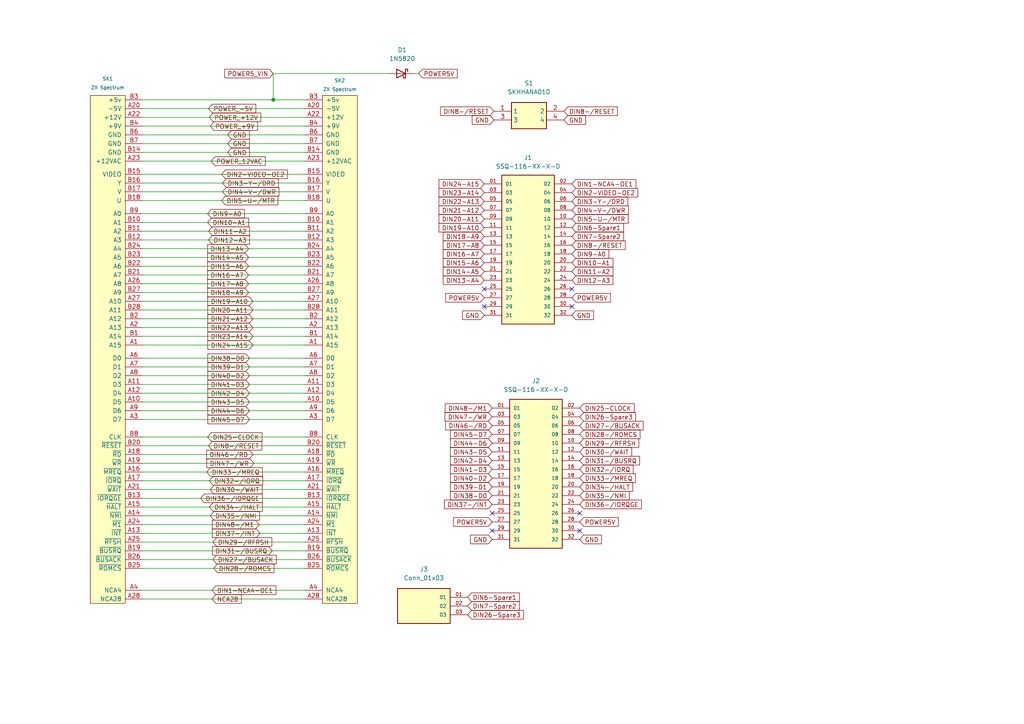
<source format=kicad_sch>
(kicad_sch
	(version 20250114)
	(generator "eeschema")
	(generator_version "9.0")
	(uuid "3d8a7dc0-20f7-4806-8e6b-4d34756c511d")
	(paper "A4")
	(title_block
		(title "ZX Spectrum Logic Analyser Interface")
		(date "2025-12-03")
		(rev "3.2")
		(company "HappyLittleDiodes")
		(comment 1 "Increased distance between Analyser headers J2 and J3")
		(comment 2 "Added header J3 for unused channels 6, 7 and 26")
	)
	(lib_symbols
		(symbol "Diode:1N5820"
			(pin_numbers
				(hide yes)
			)
			(pin_names
				(offset 1.016)
				(hide yes)
			)
			(exclude_from_sim no)
			(in_bom yes)
			(on_board yes)
			(property "Reference" "D"
				(at 0 2.54 0)
				(effects
					(font
						(size 1.27 1.27)
					)
				)
			)
			(property "Value" "1N5820"
				(at 0 -2.54 0)
				(effects
					(font
						(size 1.27 1.27)
					)
				)
			)
			(property "Footprint" "Diode_THT:D_DO-201AD_P15.24mm_Horizontal"
				(at 0 -4.445 0)
				(effects
					(font
						(size 1.27 1.27)
					)
					(hide yes)
				)
			)
			(property "Datasheet" "http://www.vishay.com/docs/88526/1n5820.pdf"
				(at 0 0 0)
				(effects
					(font
						(size 1.27 1.27)
					)
					(hide yes)
				)
			)
			(property "Description" "20V 3A Schottky Barrier Rectifier Diode, DO-201AD"
				(at 0 0 0)
				(effects
					(font
						(size 1.27 1.27)
					)
					(hide yes)
				)
			)
			(property "ki_keywords" "diode Schottky"
				(at 0 0 0)
				(effects
					(font
						(size 1.27 1.27)
					)
					(hide yes)
				)
			)
			(property "ki_fp_filters" "D*DO?201AD*"
				(at 0 0 0)
				(effects
					(font
						(size 1.27 1.27)
					)
					(hide yes)
				)
			)
			(symbol "1N5820_0_1"
				(polyline
					(pts
						(xy -1.905 0.635) (xy -1.905 1.27) (xy -1.27 1.27) (xy -1.27 -1.27) (xy -0.635 -1.27) (xy -0.635 -0.635)
					)
					(stroke
						(width 0.254)
						(type default)
					)
					(fill
						(type none)
					)
				)
				(polyline
					(pts
						(xy 1.27 1.27) (xy 1.27 -1.27) (xy -1.27 0) (xy 1.27 1.27)
					)
					(stroke
						(width 0.254)
						(type default)
					)
					(fill
						(type none)
					)
				)
				(polyline
					(pts
						(xy 1.27 0) (xy -1.27 0)
					)
					(stroke
						(width 0)
						(type default)
					)
					(fill
						(type none)
					)
				)
			)
			(symbol "1N5820_1_1"
				(pin passive line
					(at -3.81 0 0)
					(length 2.54)
					(name "K"
						(effects
							(font
								(size 1.27 1.27)
							)
						)
					)
					(number "1"
						(effects
							(font
								(size 1.27 1.27)
							)
						)
					)
				)
				(pin passive line
					(at 3.81 0 180)
					(length 2.54)
					(name "A"
						(effects
							(font
								(size 1.27 1.27)
							)
						)
					)
					(number "2"
						(effects
							(font
								(size 1.27 1.27)
							)
						)
					)
				)
			)
			(embedded_fonts no)
		)
		(symbol "ZXInterface:SKHHANA010"
			(exclude_from_sim no)
			(in_bom yes)
			(on_board yes)
			(property "Reference" "S"
				(at 16.51 7.62 0)
				(effects
					(font
						(size 1.27 1.27)
					)
					(justify left top)
				)
			)
			(property "Value" "SKHHANA010"
				(at 16.51 5.08 0)
				(effects
					(font
						(size 1.27 1.27)
					)
					(justify left top)
				)
			)
			(property "Footprint" "SKHHANA010"
				(at 16.51 -94.92 0)
				(effects
					(font
						(size 1.27 1.27)
					)
					(justify left top)
					(hide yes)
				)
			)
			(property "Datasheet" ""
				(at 16.51 -194.92 0)
				(effects
					(font
						(size 1.27 1.27)
					)
					(justify left top)
					(hide yes)
				)
			)
			(property "Description" "Tact switch,PCB,SPST,black,0.98N o/force Black Stem Tactile Switch, SPST-NO 50 mA 9.5mm"
				(at 0 0 0)
				(effects
					(font
						(size 1.27 1.27)
					)
					(hide yes)
				)
			)
			(property "Height" ""
				(at 16.51 -394.92 0)
				(effects
					(font
						(size 1.27 1.27)
					)
					(justify left top)
					(hide yes)
				)
			)
			(property "Mouser Part Number" "688-SKHHAN"
				(at 16.51 -494.92 0)
				(effects
					(font
						(size 1.27 1.27)
					)
					(justify left top)
					(hide yes)
				)
			)
			(property "Mouser Price/Stock" "https://www.mouser.co.uk/ProductDetail/Alps-Alpine/SKHHANA010?qs=seHrhfPpLDzbQApxfd3mfQ%3D%3D"
				(at 16.51 -594.92 0)
				(effects
					(font
						(size 1.27 1.27)
					)
					(justify left top)
					(hide yes)
				)
			)
			(property "Manufacturer_Name" "ALPS Electric"
				(at 16.51 -694.92 0)
				(effects
					(font
						(size 1.27 1.27)
					)
					(justify left top)
					(hide yes)
				)
			)
			(property "Manufacturer_Part_Number" "SKHHANA010"
				(at 16.51 -794.92 0)
				(effects
					(font
						(size 1.27 1.27)
					)
					(justify left top)
					(hide yes)
				)
			)
			(symbol "SKHHANA010_1_1"
				(rectangle
					(start 5.08 2.54)
					(end 15.24 -5.08)
					(stroke
						(width 0.254)
						(type default)
					)
					(fill
						(type background)
					)
				)
				(pin passive line
					(at 0 0 0)
					(length 5.08)
					(name "1"
						(effects
							(font
								(size 1.27 1.27)
							)
						)
					)
					(number "1"
						(effects
							(font
								(size 1.27 1.27)
							)
						)
					)
				)
				(pin passive line
					(at 0 -2.54 0)
					(length 5.08)
					(name "3"
						(effects
							(font
								(size 1.27 1.27)
							)
						)
					)
					(number "3"
						(effects
							(font
								(size 1.27 1.27)
							)
						)
					)
				)
				(pin passive line
					(at 20.32 0 180)
					(length 5.08)
					(name "2"
						(effects
							(font
								(size 1.27 1.27)
							)
						)
					)
					(number "2"
						(effects
							(font
								(size 1.27 1.27)
							)
						)
					)
				)
				(pin passive line
					(at 20.32 -2.54 180)
					(length 5.08)
					(name "4"
						(effects
							(font
								(size 1.27 1.27)
							)
						)
					)
					(number "4"
						(effects
							(font
								(size 1.27 1.27)
							)
						)
					)
				)
			)
			(embedded_fonts no)
		)
		(symbol "ZXInterface:SSQ-116-XX-X-D"
			(pin_names
				(offset 1.016)
			)
			(exclude_from_sim no)
			(in_bom yes)
			(on_board yes)
			(property "Reference" "J"
				(at -7.62 21.082 0)
				(effects
					(font
						(size 1.27 1.27)
					)
					(justify left bottom)
				)
			)
			(property "Value" "SSQ-116-XX-X-D"
				(at -7.62 -23.622 0)
				(effects
					(font
						(size 1.27 1.27)
					)
					(justify left top)
				)
			)
			(property "Footprint" "SSQ-116-XX-X-D:SAMTEC_SSQ-116-XX-X-D"
				(at 0 0 0)
				(effects
					(font
						(size 1.27 1.27)
					)
					(justify bottom)
					(hide yes)
				)
			)
			(property "Datasheet" ""
				(at 0 0 0)
				(effects
					(font
						(size 1.27 1.27)
					)
					(hide yes)
				)
			)
			(property "Description" ""
				(at 0 0 0)
				(effects
					(font
						(size 1.27 1.27)
					)
					(hide yes)
				)
			)
			(property "PARTREV" "A"
				(at 0 0 0)
				(effects
					(font
						(size 1.27 1.27)
					)
					(justify bottom)
					(hide yes)
				)
			)
			(property "STANDARD" "Manufacturer Recommendations"
				(at 0 0 0)
				(effects
					(font
						(size 1.27 1.27)
					)
					(justify bottom)
					(hide yes)
				)
			)
			(property "MAXIMUM_PACKAGE_HEIGHT" "8.51 mm"
				(at 0 0 0)
				(effects
					(font
						(size 1.27 1.27)
					)
					(justify bottom)
					(hide yes)
				)
			)
			(property "MANUFACTURER" "Samtec"
				(at 0 0 0)
				(effects
					(font
						(size 1.27 1.27)
					)
					(justify bottom)
					(hide yes)
				)
			)
			(symbol "SSQ-116-XX-X-D_0_0"
				(rectangle
					(start -7.62 -22.86)
					(end 7.62 20.32)
					(stroke
						(width 0.254)
						(type default)
					)
					(fill
						(type background)
					)
				)
				(pin passive line
					(at -12.7 17.78 0)
					(length 5.08)
					(name "01"
						(effects
							(font
								(size 1.016 1.016)
							)
						)
					)
					(number "01"
						(effects
							(font
								(size 1.016 1.016)
							)
						)
					)
				)
				(pin passive line
					(at -12.7 15.24 0)
					(length 5.08)
					(name "03"
						(effects
							(font
								(size 1.016 1.016)
							)
						)
					)
					(number "03"
						(effects
							(font
								(size 1.016 1.016)
							)
						)
					)
				)
				(pin passive line
					(at -12.7 12.7 0)
					(length 5.08)
					(name "05"
						(effects
							(font
								(size 1.016 1.016)
							)
						)
					)
					(number "05"
						(effects
							(font
								(size 1.016 1.016)
							)
						)
					)
				)
				(pin passive line
					(at -12.7 10.16 0)
					(length 5.08)
					(name "07"
						(effects
							(font
								(size 1.016 1.016)
							)
						)
					)
					(number "07"
						(effects
							(font
								(size 1.016 1.016)
							)
						)
					)
				)
				(pin passive line
					(at -12.7 7.62 0)
					(length 5.08)
					(name "09"
						(effects
							(font
								(size 1.016 1.016)
							)
						)
					)
					(number "09"
						(effects
							(font
								(size 1.016 1.016)
							)
						)
					)
				)
				(pin passive line
					(at -12.7 5.08 0)
					(length 5.08)
					(name "11"
						(effects
							(font
								(size 1.016 1.016)
							)
						)
					)
					(number "11"
						(effects
							(font
								(size 1.016 1.016)
							)
						)
					)
				)
				(pin passive line
					(at -12.7 2.54 0)
					(length 5.08)
					(name "13"
						(effects
							(font
								(size 1.016 1.016)
							)
						)
					)
					(number "13"
						(effects
							(font
								(size 1.016 1.016)
							)
						)
					)
				)
				(pin passive line
					(at -12.7 0 0)
					(length 5.08)
					(name "15"
						(effects
							(font
								(size 1.016 1.016)
							)
						)
					)
					(number "15"
						(effects
							(font
								(size 1.016 1.016)
							)
						)
					)
				)
				(pin passive line
					(at -12.7 -2.54 0)
					(length 5.08)
					(name "17"
						(effects
							(font
								(size 1.016 1.016)
							)
						)
					)
					(number "17"
						(effects
							(font
								(size 1.016 1.016)
							)
						)
					)
				)
				(pin passive line
					(at -12.7 -5.08 0)
					(length 5.08)
					(name "19"
						(effects
							(font
								(size 1.016 1.016)
							)
						)
					)
					(number "19"
						(effects
							(font
								(size 1.016 1.016)
							)
						)
					)
				)
				(pin passive line
					(at -12.7 -7.62 0)
					(length 5.08)
					(name "21"
						(effects
							(font
								(size 1.016 1.016)
							)
						)
					)
					(number "21"
						(effects
							(font
								(size 1.016 1.016)
							)
						)
					)
				)
				(pin passive line
					(at -12.7 -10.16 0)
					(length 5.08)
					(name "23"
						(effects
							(font
								(size 1.016 1.016)
							)
						)
					)
					(number "23"
						(effects
							(font
								(size 1.016 1.016)
							)
						)
					)
				)
				(pin passive line
					(at -12.7 -12.7 0)
					(length 5.08)
					(name "25"
						(effects
							(font
								(size 1.016 1.016)
							)
						)
					)
					(number "25"
						(effects
							(font
								(size 1.016 1.016)
							)
						)
					)
				)
				(pin passive line
					(at -12.7 -15.24 0)
					(length 5.08)
					(name "27"
						(effects
							(font
								(size 1.016 1.016)
							)
						)
					)
					(number "27"
						(effects
							(font
								(size 1.016 1.016)
							)
						)
					)
				)
				(pin passive line
					(at -12.7 -17.78 0)
					(length 5.08)
					(name "29"
						(effects
							(font
								(size 1.016 1.016)
							)
						)
					)
					(number "29"
						(effects
							(font
								(size 1.016 1.016)
							)
						)
					)
				)
				(pin passive line
					(at -12.7 -20.32 0)
					(length 5.08)
					(name "31"
						(effects
							(font
								(size 1.016 1.016)
							)
						)
					)
					(number "31"
						(effects
							(font
								(size 1.016 1.016)
							)
						)
					)
				)
				(pin passive line
					(at 12.7 17.78 180)
					(length 5.08)
					(name "02"
						(effects
							(font
								(size 1.016 1.016)
							)
						)
					)
					(number "02"
						(effects
							(font
								(size 1.016 1.016)
							)
						)
					)
				)
				(pin passive line
					(at 12.7 15.24 180)
					(length 5.08)
					(name "04"
						(effects
							(font
								(size 1.016 1.016)
							)
						)
					)
					(number "04"
						(effects
							(font
								(size 1.016 1.016)
							)
						)
					)
				)
				(pin passive line
					(at 12.7 12.7 180)
					(length 5.08)
					(name "06"
						(effects
							(font
								(size 1.016 1.016)
							)
						)
					)
					(number "06"
						(effects
							(font
								(size 1.016 1.016)
							)
						)
					)
				)
				(pin passive line
					(at 12.7 10.16 180)
					(length 5.08)
					(name "08"
						(effects
							(font
								(size 1.016 1.016)
							)
						)
					)
					(number "08"
						(effects
							(font
								(size 1.016 1.016)
							)
						)
					)
				)
				(pin passive line
					(at 12.7 7.62 180)
					(length 5.08)
					(name "10"
						(effects
							(font
								(size 1.016 1.016)
							)
						)
					)
					(number "10"
						(effects
							(font
								(size 1.016 1.016)
							)
						)
					)
				)
				(pin passive line
					(at 12.7 5.08 180)
					(length 5.08)
					(name "12"
						(effects
							(font
								(size 1.016 1.016)
							)
						)
					)
					(number "12"
						(effects
							(font
								(size 1.016 1.016)
							)
						)
					)
				)
				(pin passive line
					(at 12.7 2.54 180)
					(length 5.08)
					(name "14"
						(effects
							(font
								(size 1.016 1.016)
							)
						)
					)
					(number "14"
						(effects
							(font
								(size 1.016 1.016)
							)
						)
					)
				)
				(pin passive line
					(at 12.7 0 180)
					(length 5.08)
					(name "16"
						(effects
							(font
								(size 1.016 1.016)
							)
						)
					)
					(number "16"
						(effects
							(font
								(size 1.016 1.016)
							)
						)
					)
				)
				(pin passive line
					(at 12.7 -2.54 180)
					(length 5.08)
					(name "18"
						(effects
							(font
								(size 1.016 1.016)
							)
						)
					)
					(number "18"
						(effects
							(font
								(size 1.016 1.016)
							)
						)
					)
				)
				(pin passive line
					(at 12.7 -5.08 180)
					(length 5.08)
					(name "20"
						(effects
							(font
								(size 1.016 1.016)
							)
						)
					)
					(number "20"
						(effects
							(font
								(size 1.016 1.016)
							)
						)
					)
				)
				(pin passive line
					(at 12.7 -7.62 180)
					(length 5.08)
					(name "22"
						(effects
							(font
								(size 1.016 1.016)
							)
						)
					)
					(number "22"
						(effects
							(font
								(size 1.016 1.016)
							)
						)
					)
				)
				(pin passive line
					(at 12.7 -10.16 180)
					(length 5.08)
					(name "24"
						(effects
							(font
								(size 1.016 1.016)
							)
						)
					)
					(number "24"
						(effects
							(font
								(size 1.016 1.016)
							)
						)
					)
				)
				(pin passive line
					(at 12.7 -12.7 180)
					(length 5.08)
					(name "26"
						(effects
							(font
								(size 1.016 1.016)
							)
						)
					)
					(number "26"
						(effects
							(font
								(size 1.016 1.016)
							)
						)
					)
				)
				(pin passive line
					(at 12.7 -15.24 180)
					(length 5.08)
					(name "28"
						(effects
							(font
								(size 1.016 1.016)
							)
						)
					)
					(number "28"
						(effects
							(font
								(size 1.016 1.016)
							)
						)
					)
				)
				(pin passive line
					(at 12.7 -17.78 180)
					(length 5.08)
					(name "30"
						(effects
							(font
								(size 1.016 1.016)
							)
						)
					)
					(number "30"
						(effects
							(font
								(size 1.016 1.016)
							)
						)
					)
				)
				(pin passive line
					(at 12.7 -20.32 180)
					(length 5.08)
					(name "32"
						(effects
							(font
								(size 1.016 1.016)
							)
						)
					)
					(number "32"
						(effects
							(font
								(size 1.016 1.016)
							)
						)
					)
				)
			)
			(embedded_fonts no)
		)
		(symbol "ZXInterface:TSW-103-07-G-S"
			(pin_names
				(offset 1.016)
			)
			(exclude_from_sim no)
			(in_bom yes)
			(on_board yes)
			(property "Reference" "J"
				(at -8.12 5.08 0)
				(effects
					(font
						(size 1.27 1.27)
					)
					(justify left bottom)
				)
			)
			(property "Value" "TSW-103-07-G-S"
				(at -7.62 -7.62 0)
				(effects
					(font
						(size 1.27 1.27)
					)
					(justify left bottom)
				)
			)
			(property "Footprint" "TSW-103-07-G-S:SAMTEC_TSW-103-07-G-S"
				(at 0 0 0)
				(effects
					(font
						(size 1.27 1.27)
					)
					(justify bottom)
					(hide yes)
				)
			)
			(property "Datasheet" ""
				(at 0 0 0)
				(effects
					(font
						(size 1.27 1.27)
					)
					(hide yes)
				)
			)
			(property "Description" ""
				(at 0 0 0)
				(effects
					(font
						(size 1.27 1.27)
					)
					(hide yes)
				)
			)
			(property "PARTREV" "R"
				(at 0 0 0)
				(effects
					(font
						(size 1.27 1.27)
					)
					(justify bottom)
					(hide yes)
				)
			)
			(property "STANDARD" "Manufacturer Recommendations"
				(at 0 0 0)
				(effects
					(font
						(size 1.27 1.27)
					)
					(justify bottom)
					(hide yes)
				)
			)
			(property "MANUFACTURER" "Samtec"
				(at 0 0 0)
				(effects
					(font
						(size 1.27 1.27)
					)
					(justify bottom)
					(hide yes)
				)
			)
			(symbol "TSW-103-07-G-S_0_0"
				(rectangle
					(start -7.62 -5.08)
					(end 7.62 5.08)
					(stroke
						(width 0.254)
						(type default)
					)
					(fill
						(type background)
					)
				)
				(pin passive line
					(at -12.7 2.54 0)
					(length 5.08)
					(name "01"
						(effects
							(font
								(size 1.016 1.016)
							)
						)
					)
					(number "01"
						(effects
							(font
								(size 1.016 1.016)
							)
						)
					)
				)
				(pin passive line
					(at -12.7 0 0)
					(length 5.08)
					(name "02"
						(effects
							(font
								(size 1.016 1.016)
							)
						)
					)
					(number "02"
						(effects
							(font
								(size 1.016 1.016)
							)
						)
					)
				)
				(pin passive line
					(at -12.7 -2.54 0)
					(length 5.08)
					(name "03"
						(effects
							(font
								(size 1.016 1.016)
							)
						)
					)
					(number "03"
						(effects
							(font
								(size 1.016 1.016)
							)
						)
					)
				)
			)
			(embedded_fonts no)
		)
		(symbol "ZXInterface:expansion_port_2"
			(pin_names
				(offset 1.016)
			)
			(exclude_from_sim no)
			(in_bom yes)
			(on_board yes)
			(property "Reference" "SK"
				(at 12.7 86.36 0)
				(effects
					(font
						(size 0.9906 0.9906)
					)
				)
			)
			(property "Value" "ZX Spectrum"
				(at 12.7 83.82 0)
				(effects
					(font
						(size 0.9906 0.9906)
					)
				)
			)
			(property "Footprint" "ZX Bits:ZX_MD_Edge_Connector"
				(at 0 0 0)
				(effects
					(font
						(size 1.27 1.27)
					)
					(hide yes)
				)
			)
			(property "Datasheet" ""
				(at 0 0 0)
				(effects
					(font
						(size 0.9906 0.9906)
					)
					(hide yes)
				)
			)
			(property "Description" ""
				(at 0 0 0)
				(effects
					(font
						(size 1.27 1.27)
					)
					(hide yes)
				)
			)
			(symbol "expansion_port_2_0_0"
				(rectangle
					(start 7.62 82.55)
					(end 17.78 -64.77)
					(stroke
						(width 0)
						(type default)
					)
					(fill
						(type background)
					)
				)
			)
			(symbol "expansion_port_2_1_1"
				(pin power_out line
					(at 22.86 81.28 180)
					(length 5.08)
					(name "+5v"
						(effects
							(font
								(size 1.27 1.27)
							)
						)
					)
					(number "B3"
						(effects
							(font
								(size 1.27 1.27)
							)
						)
					)
				)
				(pin power_out line
					(at 22.86 78.74 180)
					(length 5.08)
					(name "-5V"
						(effects
							(font
								(size 1.27 1.27)
							)
						)
					)
					(number "A20"
						(effects
							(font
								(size 1.27 1.27)
							)
						)
					)
				)
				(pin power_out line
					(at 22.86 76.2 180)
					(length 5.08)
					(name "+12V"
						(effects
							(font
								(size 1.27 1.27)
							)
						)
					)
					(number "A22"
						(effects
							(font
								(size 1.27 1.27)
							)
						)
					)
				)
				(pin power_out line
					(at 22.86 73.66 180)
					(length 5.08)
					(name "+9V"
						(effects
							(font
								(size 1.27 1.27)
							)
						)
					)
					(number "B4"
						(effects
							(font
								(size 1.27 1.27)
							)
						)
					)
				)
				(pin power_out line
					(at 22.86 71.12 180)
					(length 5.08)
					(name "GND"
						(effects
							(font
								(size 1.27 1.27)
							)
						)
					)
					(number "B6"
						(effects
							(font
								(size 1.27 1.27)
							)
						)
					)
				)
				(pin power_out line
					(at 22.86 68.58 180)
					(length 5.08)
					(name "GND"
						(effects
							(font
								(size 1.27 1.27)
							)
						)
					)
					(number "B7"
						(effects
							(font
								(size 1.27 1.27)
							)
						)
					)
				)
				(pin power_out line
					(at 22.86 66.04 180)
					(length 5.08)
					(name "GND"
						(effects
							(font
								(size 1.27 1.27)
							)
						)
					)
					(number "B14"
						(effects
							(font
								(size 1.27 1.27)
							)
						)
					)
				)
				(pin power_out line
					(at 22.86 63.5 180)
					(length 5.08)
					(name "+12VAC"
						(effects
							(font
								(size 1.27 1.27)
							)
						)
					)
					(number "A23"
						(effects
							(font
								(size 1.27 1.27)
							)
						)
					)
				)
				(pin input line
					(at 22.86 59.69 180)
					(length 5.08)
					(name "VIDEO"
						(effects
							(font
								(size 1.27 1.27)
							)
						)
					)
					(number "B15"
						(effects
							(font
								(size 1.27 1.27)
							)
						)
					)
				)
				(pin input line
					(at 22.86 57.15 180)
					(length 5.08)
					(name "Y"
						(effects
							(font
								(size 1.27 1.27)
							)
						)
					)
					(number "B16"
						(effects
							(font
								(size 1.27 1.27)
							)
						)
					)
				)
				(pin input line
					(at 22.86 54.61 180)
					(length 5.08)
					(name "V"
						(effects
							(font
								(size 1.27 1.27)
							)
						)
					)
					(number "B17"
						(effects
							(font
								(size 1.27 1.27)
							)
						)
					)
				)
				(pin input line
					(at 22.86 52.07 180)
					(length 5.08)
					(name "U"
						(effects
							(font
								(size 1.27 1.27)
							)
						)
					)
					(number "B18"
						(effects
							(font
								(size 1.27 1.27)
							)
						)
					)
				)
				(pin tri_state line
					(at 22.86 48.26 180)
					(length 5.08)
					(name "A0"
						(effects
							(font
								(size 1.27 1.27)
							)
						)
					)
					(number "B9"
						(effects
							(font
								(size 1.27 1.27)
							)
						)
					)
				)
				(pin tri_state line
					(at 22.86 45.72 180)
					(length 5.08)
					(name "A1"
						(effects
							(font
								(size 1.27 1.27)
							)
						)
					)
					(number "B10"
						(effects
							(font
								(size 1.27 1.27)
							)
						)
					)
				)
				(pin tri_state line
					(at 22.86 43.18 180)
					(length 5.08)
					(name "A2"
						(effects
							(font
								(size 1.27 1.27)
							)
						)
					)
					(number "B11"
						(effects
							(font
								(size 1.27 1.27)
							)
						)
					)
				)
				(pin tri_state line
					(at 22.86 40.64 180)
					(length 5.08)
					(name "A3"
						(effects
							(font
								(size 1.27 1.27)
							)
						)
					)
					(number "B12"
						(effects
							(font
								(size 1.27 1.27)
							)
						)
					)
				)
				(pin tri_state line
					(at 22.86 38.1 180)
					(length 5.08)
					(name "A4"
						(effects
							(font
								(size 1.27 1.27)
							)
						)
					)
					(number "B24"
						(effects
							(font
								(size 1.27 1.27)
							)
						)
					)
				)
				(pin tri_state line
					(at 22.86 35.56 180)
					(length 5.08)
					(name "A5"
						(effects
							(font
								(size 1.27 1.27)
							)
						)
					)
					(number "B23"
						(effects
							(font
								(size 1.27 1.27)
							)
						)
					)
				)
				(pin tri_state line
					(at 22.86 33.02 180)
					(length 5.08)
					(name "A6"
						(effects
							(font
								(size 1.27 1.27)
							)
						)
					)
					(number "B22"
						(effects
							(font
								(size 1.27 1.27)
							)
						)
					)
				)
				(pin tri_state line
					(at 22.86 30.48 180)
					(length 5.08)
					(name "A7"
						(effects
							(font
								(size 1.27 1.27)
							)
						)
					)
					(number "B21"
						(effects
							(font
								(size 1.27 1.27)
							)
						)
					)
				)
				(pin tri_state line
					(at 22.86 27.94 180)
					(length 5.08)
					(name "A8"
						(effects
							(font
								(size 1.27 1.27)
							)
						)
					)
					(number "A26"
						(effects
							(font
								(size 1.27 1.27)
							)
						)
					)
				)
				(pin tri_state line
					(at 22.86 25.4 180)
					(length 5.08)
					(name "A9"
						(effects
							(font
								(size 1.27 1.27)
							)
						)
					)
					(number "B27"
						(effects
							(font
								(size 1.27 1.27)
							)
						)
					)
				)
				(pin tri_state line
					(at 22.86 22.86 180)
					(length 5.08)
					(name "A10"
						(effects
							(font
								(size 1.27 1.27)
							)
						)
					)
					(number "A27"
						(effects
							(font
								(size 1.27 1.27)
							)
						)
					)
				)
				(pin tri_state line
					(at 22.86 20.32 180)
					(length 5.08)
					(name "A11"
						(effects
							(font
								(size 1.27 1.27)
							)
						)
					)
					(number "B28"
						(effects
							(font
								(size 1.27 1.27)
							)
						)
					)
				)
				(pin tri_state line
					(at 22.86 17.78 180)
					(length 5.08)
					(name "A12"
						(effects
							(font
								(size 1.27 1.27)
							)
						)
					)
					(number "B2"
						(effects
							(font
								(size 1.27 1.27)
							)
						)
					)
				)
				(pin tri_state line
					(at 22.86 15.24 180)
					(length 5.08)
					(name "A13"
						(effects
							(font
								(size 1.27 1.27)
							)
						)
					)
					(number "A2"
						(effects
							(font
								(size 1.27 1.27)
							)
						)
					)
				)
				(pin tri_state line
					(at 22.86 12.7 180)
					(length 5.08)
					(name "A14"
						(effects
							(font
								(size 1.27 1.27)
							)
						)
					)
					(number "B1"
						(effects
							(font
								(size 1.27 1.27)
							)
						)
					)
				)
				(pin tri_state line
					(at 22.86 10.16 180)
					(length 5.08)
					(name "A15"
						(effects
							(font
								(size 1.27 1.27)
							)
						)
					)
					(number "A1"
						(effects
							(font
								(size 1.27 1.27)
							)
						)
					)
				)
				(pin bidirectional line
					(at 22.86 6.35 180)
					(length 5.08)
					(name "D0"
						(effects
							(font
								(size 1.27 1.27)
							)
						)
					)
					(number "A6"
						(effects
							(font
								(size 1.27 1.27)
							)
						)
					)
				)
				(pin bidirectional line
					(at 22.86 3.81 180)
					(length 5.08)
					(name "D1"
						(effects
							(font
								(size 1.27 1.27)
							)
						)
					)
					(number "A7"
						(effects
							(font
								(size 1.27 1.27)
							)
						)
					)
				)
				(pin bidirectional line
					(at 22.86 1.27 180)
					(length 5.08)
					(name "D2"
						(effects
							(font
								(size 1.27 1.27)
							)
						)
					)
					(number "A8"
						(effects
							(font
								(size 1.27 1.27)
							)
						)
					)
				)
				(pin bidirectional line
					(at 22.86 -1.27 180)
					(length 5.08)
					(name "D3"
						(effects
							(font
								(size 1.27 1.27)
							)
						)
					)
					(number "A11"
						(effects
							(font
								(size 1.27 1.27)
							)
						)
					)
				)
				(pin bidirectional line
					(at 22.86 -3.81 180)
					(length 5.08)
					(name "D4"
						(effects
							(font
								(size 1.27 1.27)
							)
						)
					)
					(number "A12"
						(effects
							(font
								(size 1.27 1.27)
							)
						)
					)
				)
				(pin bidirectional line
					(at 22.86 -6.35 180)
					(length 5.08)
					(name "D5"
						(effects
							(font
								(size 1.27 1.27)
							)
						)
					)
					(number "A10"
						(effects
							(font
								(size 1.27 1.27)
							)
						)
					)
				)
				(pin bidirectional line
					(at 22.86 -8.89 180)
					(length 5.08)
					(name "D6"
						(effects
							(font
								(size 1.27 1.27)
							)
						)
					)
					(number "A9"
						(effects
							(font
								(size 1.27 1.27)
							)
						)
					)
				)
				(pin bidirectional line
					(at 22.86 -11.43 180)
					(length 5.08)
					(name "D7"
						(effects
							(font
								(size 1.27 1.27)
							)
						)
					)
					(number "A3"
						(effects
							(font
								(size 1.27 1.27)
							)
						)
					)
				)
				(pin output line
					(at 22.86 -16.51 180)
					(length 5.08)
					(name "CLK"
						(effects
							(font
								(size 1.27 1.27)
							)
						)
					)
					(number "B8"
						(effects
							(font
								(size 1.27 1.27)
							)
						)
					)
				)
				(pin passive line
					(at 22.86 -19.05 180)
					(length 5.08)
					(name "~{RESET}"
						(effects
							(font
								(size 1.27 1.27)
							)
						)
					)
					(number "B20"
						(effects
							(font
								(size 1.27 1.27)
							)
						)
					)
				)
				(pin output line
					(at 22.86 -21.59 180)
					(length 5.08)
					(name "~{RD}"
						(effects
							(font
								(size 1.27 1.27)
							)
						)
					)
					(number "A18"
						(effects
							(font
								(size 1.27 1.27)
							)
						)
					)
				)
				(pin output line
					(at 22.86 -24.13 180)
					(length 5.08)
					(name "~{WR}"
						(effects
							(font
								(size 1.27 1.27)
							)
						)
					)
					(number "A19"
						(effects
							(font
								(size 1.27 1.27)
							)
						)
					)
				)
				(pin output line
					(at 22.86 -26.67 180)
					(length 5.08)
					(name "~{MREQ}"
						(effects
							(font
								(size 1.27 1.27)
							)
						)
					)
					(number "A16"
						(effects
							(font
								(size 1.27 1.27)
							)
						)
					)
				)
				(pin output line
					(at 22.86 -29.21 180)
					(length 5.08)
					(name "~{IORQ}"
						(effects
							(font
								(size 1.27 1.27)
							)
						)
					)
					(number "A17"
						(effects
							(font
								(size 1.27 1.27)
							)
						)
					)
				)
				(pin input line
					(at 22.86 -31.75 180)
					(length 5.08)
					(name "~{WAIT}"
						(effects
							(font
								(size 1.27 1.27)
							)
						)
					)
					(number "A21"
						(effects
							(font
								(size 1.27 1.27)
							)
						)
					)
				)
				(pin input line
					(at 22.86 -34.29 180)
					(length 5.08)
					(name "~{IORQGE}"
						(effects
							(font
								(size 1.27 1.27)
							)
						)
					)
					(number "B13"
						(effects
							(font
								(size 1.27 1.27)
							)
						)
					)
				)
				(pin input line
					(at 22.86 -36.83 180)
					(length 5.08)
					(name "~{HALT}"
						(effects
							(font
								(size 1.27 1.27)
							)
						)
					)
					(number "A15"
						(effects
							(font
								(size 1.27 1.27)
							)
						)
					)
				)
				(pin input line
					(at 22.86 -39.37 180)
					(length 5.08)
					(name "~{NMI}"
						(effects
							(font
								(size 1.27 1.27)
							)
						)
					)
					(number "A14"
						(effects
							(font
								(size 1.27 1.27)
							)
						)
					)
				)
				(pin output line
					(at 22.86 -41.91 180)
					(length 5.08)
					(name "~{M1}"
						(effects
							(font
								(size 1.27 1.27)
							)
						)
					)
					(number "A24"
						(effects
							(font
								(size 1.27 1.27)
							)
						)
					)
				)
				(pin input line
					(at 22.86 -44.45 180)
					(length 5.08)
					(name "~{INT}"
						(effects
							(font
								(size 1.27 1.27)
							)
						)
					)
					(number "A13"
						(effects
							(font
								(size 1.27 1.27)
							)
						)
					)
				)
				(pin input line
					(at 22.86 -46.99 180)
					(length 5.08)
					(name "~{RFSH}"
						(effects
							(font
								(size 1.27 1.27)
							)
						)
					)
					(number "A25"
						(effects
							(font
								(size 1.27 1.27)
							)
						)
					)
				)
				(pin passive line
					(at 22.86 -49.53 180)
					(length 5.08)
					(name "~{BUSRQ}"
						(effects
							(font
								(size 1.27 1.27)
							)
						)
					)
					(number "B19"
						(effects
							(font
								(size 1.27 1.27)
							)
						)
					)
				)
				(pin input line
					(at 22.86 -52.07 180)
					(length 5.08)
					(name "~{BUSACK}"
						(effects
							(font
								(size 1.27 1.27)
							)
						)
					)
					(number "B26"
						(effects
							(font
								(size 1.27 1.27)
							)
						)
					)
				)
				(pin input line
					(at 22.86 -54.61 180)
					(length 5.08)
					(name "~{ROMCS}"
						(effects
							(font
								(size 1.27 1.27)
							)
						)
					)
					(number "B25"
						(effects
							(font
								(size 1.27 1.27)
							)
						)
					)
				)
				(pin bidirectional line
					(at 22.86 -60.96 180)
					(length 5.08)
					(name "NCA4"
						(effects
							(font
								(size 1.27 1.27)
							)
						)
					)
					(number "A4"
						(effects
							(font
								(size 1.27 1.27)
							)
						)
					)
				)
				(pin bidirectional line
					(at 22.86 -63.5 180)
					(length 5.08)
					(name "NCA28"
						(effects
							(font
								(size 1.27 1.27)
							)
						)
					)
					(number "A28"
						(effects
							(font
								(size 1.27 1.27)
							)
						)
					)
				)
			)
			(embedded_fonts no)
		)
	)
	(junction
		(at 79.248 28.956)
		(diameter 0)
		(color 0 0 0 0)
		(uuid "380570eb-7f77-4288-92a0-ee62bb663df9")
	)
	(no_connect
		(at 142.748 153.924)
		(uuid "0335340c-7be2-410e-866f-4373a7a686a8")
	)
	(no_connect
		(at 142.748 148.844)
		(uuid "4845bae8-e41c-4eb2-8725-8c8cea361c14")
	)
	(no_connect
		(at 165.862 88.9)
		(uuid "71443d78-e4d2-4c19-997f-173cfa1ecae8")
	)
	(no_connect
		(at 168.148 153.924)
		(uuid "99e2c41e-8875-43ae-96fa-d537608104ba")
	)
	(no_connect
		(at 168.148 148.844)
		(uuid "a11099b5-6f1a-44d6-a9f1-a4a8dc7f10fa")
	)
	(no_connect
		(at 165.862 83.82)
		(uuid "c3ec1a02-f11f-4368-beb6-82cf83ce6a63")
	)
	(no_connect
		(at 140.462 83.82)
		(uuid "efe8c493-0944-4f5d-95a6-e8a05bd0f31d")
	)
	(no_connect
		(at 140.462 88.9)
		(uuid "f4759b1d-bdee-4a46-97cb-b723914011e7")
	)
	(wire
		(pts
			(xy 88.392 53.086) (xy 41.402 53.086)
		)
		(stroke
			(width 0)
			(type default)
		)
		(uuid "016ddb7b-273f-4d7f-82bf-32c93ab0a9f1")
	)
	(wire
		(pts
			(xy 88.392 74.676) (xy 41.402 74.676)
		)
		(stroke
			(width 0)
			(type default)
		)
		(uuid "041e48ab-03fa-47c9-be07-f3d9028b659e")
	)
	(wire
		(pts
			(xy 88.392 97.536) (xy 41.402 97.536)
		)
		(stroke
			(width 0)
			(type default)
		)
		(uuid "06cc9e46-acaa-45b2-9ae1-c8f63395773e")
	)
	(wire
		(pts
			(xy 88.392 173.736) (xy 41.402 173.736)
		)
		(stroke
			(width 0)
			(type default)
		)
		(uuid "09848688-422e-45fb-833b-7ea76c3bfa45")
	)
	(wire
		(pts
			(xy 88.392 139.446) (xy 41.402 139.446)
		)
		(stroke
			(width 0)
			(type default)
		)
		(uuid "0e17f247-71b7-4c81-999d-17f3caebe7f1")
	)
	(wire
		(pts
			(xy 88.392 44.196) (xy 41.402 44.196)
		)
		(stroke
			(width 0)
			(type default)
		)
		(uuid "189fa58d-0f41-4e29-9395-339ef35ba651")
	)
	(wire
		(pts
			(xy 88.392 106.426) (xy 41.402 106.426)
		)
		(stroke
			(width 0)
			(type default)
		)
		(uuid "19b48824-3f69-4e6c-a345-a97759e76601")
	)
	(wire
		(pts
			(xy 88.392 89.916) (xy 41.402 89.916)
		)
		(stroke
			(width 0)
			(type default)
		)
		(uuid "1c39da80-e01b-43c0-acaa-8bba0fbd8ce6")
	)
	(wire
		(pts
			(xy 88.392 162.306) (xy 41.402 162.306)
		)
		(stroke
			(width 0)
			(type default)
		)
		(uuid "1cee2d93-481e-415b-ac24-22632a107d98")
	)
	(wire
		(pts
			(xy 88.392 72.136) (xy 41.402 72.136)
		)
		(stroke
			(width 0)
			(type default)
		)
		(uuid "201cbc02-2ec2-47f4-81e3-2a984f6889f7")
	)
	(wire
		(pts
			(xy 88.392 141.986) (xy 41.402 141.986)
		)
		(stroke
			(width 0)
			(type default)
		)
		(uuid "2449ee79-076f-4248-b05e-911d85968eb8")
	)
	(wire
		(pts
			(xy 88.392 121.666) (xy 41.402 121.666)
		)
		(stroke
			(width 0)
			(type default)
		)
		(uuid "28ebb3d7-e37e-4058-950e-933713a99956")
	)
	(wire
		(pts
			(xy 88.392 92.456) (xy 41.402 92.456)
		)
		(stroke
			(width 0)
			(type default)
		)
		(uuid "28ed4205-7445-4821-8f92-591ed5bd90a4")
	)
	(wire
		(pts
			(xy 88.392 126.746) (xy 41.402 126.746)
		)
		(stroke
			(width 0)
			(type default)
		)
		(uuid "2a5377d7-52b8-4ecc-98f8-332418ee5bbf")
	)
	(wire
		(pts
			(xy 88.392 152.146) (xy 41.402 152.146)
		)
		(stroke
			(width 0)
			(type default)
		)
		(uuid "2c41576f-79e4-4cc5-83e4-01b3ef98edc2")
	)
	(wire
		(pts
			(xy 41.402 87.376) (xy 88.392 87.376)
		)
		(stroke
			(width 0)
			(type default)
		)
		(uuid "2e2597c5-3cf1-44fc-8201-c9fa6f32036a")
	)
	(wire
		(pts
			(xy 88.392 34.036) (xy 41.402 34.036)
		)
		(stroke
			(width 0)
			(type default)
		)
		(uuid "30f228e2-dbcf-4ff8-bfde-bb361a93063c")
	)
	(wire
		(pts
			(xy 88.392 100.076) (xy 41.402 100.076)
		)
		(stroke
			(width 0)
			(type default)
		)
		(uuid "31bcaec0-ad3d-4def-9f60-60c5a6f741ac")
	)
	(wire
		(pts
			(xy 79.248 28.956) (xy 41.402 28.956)
		)
		(stroke
			(width 0)
			(type default)
		)
		(uuid "4165c48b-a359-4694-b2a3-728c016794d3")
	)
	(wire
		(pts
			(xy 88.392 58.166) (xy 41.402 58.166)
		)
		(stroke
			(width 0)
			(type default)
		)
		(uuid "41fd7602-e52d-45a3-84c6-ea203d85331d")
	)
	(wire
		(pts
			(xy 88.392 84.836) (xy 41.402 84.836)
		)
		(stroke
			(width 0)
			(type default)
		)
		(uuid "434431e8-4cc0-46bc-9e04-2e867f8d9eea")
	)
	(wire
		(pts
			(xy 88.392 134.366) (xy 41.402 134.366)
		)
		(stroke
			(width 0)
			(type default)
		)
		(uuid "4bd65c50-5d47-4443-823c-c63cad1362ef")
	)
	(wire
		(pts
			(xy 88.392 131.826) (xy 41.402 131.826)
		)
		(stroke
			(width 0)
			(type default)
		)
		(uuid "4d4558e3-8954-4d5d-b74c-6652fd38d597")
	)
	(wire
		(pts
			(xy 88.392 164.846) (xy 41.402 164.846)
		)
		(stroke
			(width 0)
			(type default)
		)
		(uuid "5bd0e9e7-ab91-46e6-95ec-284988c3d967")
	)
	(wire
		(pts
			(xy 88.392 67.056) (xy 41.402 67.056)
		)
		(stroke
			(width 0)
			(type default)
		)
		(uuid "5ea5d9f3-f8e2-4c9f-a23a-692afdbd88d8")
	)
	(wire
		(pts
			(xy 79.248 21.336) (xy 112.522 21.336)
		)
		(stroke
			(width 0)
			(type default)
		)
		(uuid "60ede62d-7e57-4200-ac19-ccc70c52bcb4")
	)
	(wire
		(pts
			(xy 41.402 171.196) (xy 88.392 171.196)
		)
		(stroke
			(width 0)
			(type default)
		)
		(uuid "6329f690-c19a-47ee-bffd-49010564a5cb")
	)
	(wire
		(pts
			(xy 88.392 39.116) (xy 41.402 39.116)
		)
		(stroke
			(width 0)
			(type default)
		)
		(uuid "67d82c0c-f2b6-4431-bf0b-f4cd4208e504")
	)
	(wire
		(pts
			(xy 88.392 136.906) (xy 41.402 136.906)
		)
		(stroke
			(width 0)
			(type default)
		)
		(uuid "78716061-67de-472c-a337-5293678720d2")
	)
	(wire
		(pts
			(xy 120.142 21.336) (xy 121.412 21.336)
		)
		(stroke
			(width 0)
			(type default)
		)
		(uuid "82167524-24ed-4947-8822-e8cffdea40ce")
	)
	(wire
		(pts
			(xy 88.392 108.966) (xy 41.402 108.966)
		)
		(stroke
			(width 0)
			(type default)
		)
		(uuid "845b020b-d245-4cef-b5c3-d8fdc1268d63")
	)
	(wire
		(pts
			(xy 88.392 82.296) (xy 41.402 82.296)
		)
		(stroke
			(width 0)
			(type default)
		)
		(uuid "867a44b2-4278-4854-9ed1-2026f6a7c698")
	)
	(wire
		(pts
			(xy 88.392 147.066) (xy 41.402 147.066)
		)
		(stroke
			(width 0)
			(type default)
		)
		(uuid "872c4506-6de3-4af0-992b-bd9e1298c1f1")
	)
	(wire
		(pts
			(xy 88.392 28.956) (xy 79.248 28.956)
		)
		(stroke
			(width 0)
			(type default)
		)
		(uuid "89a657d7-34ab-4946-a005-03d16feb1aac")
	)
	(wire
		(pts
			(xy 88.392 64.516) (xy 41.402 64.516)
		)
		(stroke
			(width 0)
			(type default)
		)
		(uuid "8a24e99a-65f3-4153-8b73-ab94422869b3")
	)
	(wire
		(pts
			(xy 88.392 55.626) (xy 41.402 55.626)
		)
		(stroke
			(width 0)
			(type default)
		)
		(uuid "8af99db5-e056-49af-ac8d-366b8079367b")
	)
	(wire
		(pts
			(xy 88.392 119.126) (xy 41.402 119.126)
		)
		(stroke
			(width 0)
			(type default)
		)
		(uuid "8b7c6b75-24a9-4fe5-9eb6-2f96ed15c166")
	)
	(wire
		(pts
			(xy 88.392 46.736) (xy 41.402 46.736)
		)
		(stroke
			(width 0)
			(type default)
		)
		(uuid "8c0ded81-bbe7-437c-bc6b-9a505d68230f")
	)
	(wire
		(pts
			(xy 41.402 157.226) (xy 88.392 157.226)
		)
		(stroke
			(width 0)
			(type default)
		)
		(uuid "92c7ce72-038c-4859-a626-179c7608787a")
	)
	(wire
		(pts
			(xy 88.392 94.996) (xy 41.402 94.996)
		)
		(stroke
			(width 0)
			(type default)
		)
		(uuid "9713a418-742a-4bf1-adea-e64c6e5e40c6")
	)
	(wire
		(pts
			(xy 41.402 159.766) (xy 88.392 159.766)
		)
		(stroke
			(width 0)
			(type default)
		)
		(uuid "a30d155c-d897-4844-ac8a-4d8d7798d856")
	)
	(wire
		(pts
			(xy 88.392 144.526) (xy 41.402 144.526)
		)
		(stroke
			(width 0)
			(type default)
		)
		(uuid "a9e4e037-f248-42b2-8b0d-73d0641bc0e5")
	)
	(wire
		(pts
			(xy 88.392 50.546) (xy 41.402 50.546)
		)
		(stroke
			(width 0)
			(type default)
		)
		(uuid "b0a0acc3-6503-4f66-a780-c4216d653c8e")
	)
	(wire
		(pts
			(xy 88.392 111.506) (xy 41.402 111.506)
		)
		(stroke
			(width 0)
			(type default)
		)
		(uuid "b1215090-6b1f-4b3b-8823-bc5c305d8280")
	)
	(wire
		(pts
			(xy 88.392 77.216) (xy 41.402 77.216)
		)
		(stroke
			(width 0)
			(type default)
		)
		(uuid "b2f7e3fa-5ac7-4922-ab8c-e51f52ec682c")
	)
	(wire
		(pts
			(xy 79.248 21.336) (xy 79.248 28.956)
		)
		(stroke
			(width 0)
			(type default)
		)
		(uuid "b34e8015-2782-46e9-8ab8-d26068d0bc6b")
	)
	(wire
		(pts
			(xy 88.392 36.576) (xy 41.402 36.576)
		)
		(stroke
			(width 0)
			(type default)
		)
		(uuid "b3517d45-f881-44a0-a435-d73a0706c97a")
	)
	(wire
		(pts
			(xy 41.402 129.286) (xy 88.392 129.286)
		)
		(stroke
			(width 0)
			(type default)
		)
		(uuid "b650995d-4110-430b-9e40-203fd9a92e59")
	)
	(wire
		(pts
			(xy 88.392 41.656) (xy 41.402 41.656)
		)
		(stroke
			(width 0)
			(type default)
		)
		(uuid "bc6ca235-179a-4660-815d-eb1e10fffb0b")
	)
	(wire
		(pts
			(xy 88.392 154.686) (xy 41.402 154.686)
		)
		(stroke
			(width 0)
			(type default)
		)
		(uuid "c5127412-0c05-4900-a731-6ac7d3fa8699")
	)
	(wire
		(pts
			(xy 88.392 114.046) (xy 41.402 114.046)
		)
		(stroke
			(width 0)
			(type default)
		)
		(uuid "c9002c05-7294-405a-b013-a04411f770b3")
	)
	(wire
		(pts
			(xy 88.392 69.596) (xy 41.402 69.596)
		)
		(stroke
			(width 0)
			(type default)
		)
		(uuid "cb5a8519-5ca4-472b-8c0c-00b669f33c4e")
	)
	(wire
		(pts
			(xy 88.392 79.756) (xy 41.402 79.756)
		)
		(stroke
			(width 0)
			(type default)
		)
		(uuid "d3e1f5a1-55b0-45fc-82f9-ad207dbdc4eb")
	)
	(wire
		(pts
			(xy 88.392 61.976) (xy 41.402 61.976)
		)
		(stroke
			(width 0)
			(type default)
		)
		(uuid "de4c9a88-c440-46d4-8278-17f9ebaf2952")
	)
	(wire
		(pts
			(xy 88.392 149.606) (xy 41.402 149.606)
		)
		(stroke
			(width 0)
			(type default)
		)
		(uuid "e08a58c4-9028-4c1e-9525-940ae6e71c3f")
	)
	(wire
		(pts
			(xy 88.392 116.586) (xy 41.402 116.586)
		)
		(stroke
			(width 0)
			(type default)
		)
		(uuid "e7affc85-1fdf-429c-88e2-eb716ba60adb")
	)
	(wire
		(pts
			(xy 88.392 103.886) (xy 41.402 103.886)
		)
		(stroke
			(width 0)
			(type default)
		)
		(uuid "e979f03e-3f29-4649-9c2e-7dccef1d292f")
	)
	(wire
		(pts
			(xy 88.392 31.496) (xy 41.402 31.496)
		)
		(stroke
			(width 0)
			(type default)
		)
		(uuid "ff877907-2e85-48ad-a03c-697d0ded30f6")
	)
	(global_label "DIN8-{slash}RESET"
		(shape input)
		(at 165.862 71.12 0)
		(fields_autoplaced yes)
		(effects
			(font
				(size 1.27 1.27)
			)
			(justify left)
		)
		(uuid "044056b8-944b-4dfc-9523-2cb844f927b7")
		(property "Intersheetrefs" "${INTERSHEET_REFS}"
			(at 181.91 71.12 0)
			(effects
				(font
					(size 1.27 1.27)
				)
				(justify left)
				(hide yes)
			)
		)
	)
	(global_label "DIN23-A14"
		(shape input)
		(at 73.406 97.536 180)
		(fields_autoplaced yes)
		(effects
			(font
				(size 1.27 1.27)
			)
			(justify right)
		)
		(uuid "06801125-768b-439c-bf37-a2297376f4c1")
		(property "Intersheetrefs" "${INTERSHEET_REFS}"
			(at 59.7165 97.536 0)
			(effects
				(font
					(size 1.27 1.27)
				)
				(justify right)
				(hide yes)
			)
		)
	)
	(global_label "DIN27-{slash}BUSACK"
		(shape input)
		(at 61.722 162.306 0)
		(fields_autoplaced yes)
		(effects
			(font
				(size 1.27 1.27)
			)
			(justify left)
		)
		(uuid "07645176-1eb6-4026-a129-d4be56c87819")
		(property "Intersheetrefs" "${INTERSHEET_REFS}"
			(at 80.673 162.306 0)
			(effects
				(font
					(size 1.27 1.27)
				)
				(justify left)
				(hide yes)
			)
		)
	)
	(global_label "DIN11-A2"
		(shape input)
		(at 60.452 67.056 0)
		(fields_autoplaced yes)
		(effects
			(font
				(size 1.27 1.27)
			)
			(justify left)
		)
		(uuid "0840c502-a559-4e98-ad42-222e27553741")
		(property "Intersheetrefs" "${INTERSHEET_REFS}"
			(at 72.932 67.056 0)
			(effects
				(font
					(size 1.27 1.27)
				)
				(justify left)
				(hide yes)
			)
		)
	)
	(global_label "DIN12-A3"
		(shape input)
		(at 165.862 81.28 0)
		(fields_autoplaced yes)
		(effects
			(font
				(size 1.27 1.27)
			)
			(justify left)
		)
		(uuid "08df152f-e263-4e97-ad4a-b77d555e6870")
		(property "Intersheetrefs" "${INTERSHEET_REFS}"
			(at 178.342 81.28 0)
			(effects
				(font
					(size 1.27 1.27)
				)
				(justify left)
				(hide yes)
			)
		)
	)
	(global_label "DIN7-Spare2"
		(shape input)
		(at 165.862 68.58 0)
		(fields_autoplaced yes)
		(effects
			(font
				(size 1.27 1.27)
			)
			(justify left)
		)
		(uuid "0a8fa24a-9d90-4fdc-ba2d-93c1b80515c9")
		(property "Intersheetrefs" "${INTERSHEET_REFS}"
			(at 181.4262 68.58 0)
			(effects
				(font
					(size 1.27 1.27)
				)
				(justify left)
				(hide yes)
			)
		)
	)
	(global_label "DIN34-{slash}HALT"
		(shape input)
		(at 168.148 141.224 0)
		(fields_autoplaced yes)
		(effects
			(font
				(size 1.27 1.27)
			)
			(justify left)
		)
		(uuid "105ac079-c2a8-4355-943d-090389c72588")
		(property "Intersheetrefs" "${INTERSHEET_REFS}"
			(at 184.0752 141.224 0)
			(effects
				(font
					(size 1.27 1.27)
				)
				(justify left)
				(hide yes)
			)
		)
	)
	(global_label "DIN13-A4"
		(shape input)
		(at 140.462 81.28 180)
		(fields_autoplaced yes)
		(effects
			(font
				(size 1.27 1.27)
			)
			(justify right)
		)
		(uuid "11084cd9-8c3a-4d53-a90a-50987e9e95ea")
		(property "Intersheetrefs" "${INTERSHEET_REFS}"
			(at 127.982 81.28 0)
			(effects
				(font
					(size 1.27 1.27)
				)
				(justify right)
				(hide yes)
			)
		)
	)
	(global_label "DIN33-{slash}MREQ"
		(shape input)
		(at 59.944 136.906 0)
		(fields_autoplaced yes)
		(effects
			(font
				(size 1.27 1.27)
			)
			(justify left)
		)
		(uuid "1148f81e-7c23-4568-84f0-6f186608c937")
		(property "Intersheetrefs" "${INTERSHEET_REFS}"
			(at 76.6573 136.906 0)
			(effects
				(font
					(size 1.27 1.27)
				)
				(justify left)
				(hide yes)
			)
		)
	)
	(global_label "GND"
		(shape input)
		(at 66.04 39.116 0)
		(fields_autoplaced yes)
		(effects
			(font
				(size 1.27 1.27)
			)
			(justify left)
		)
		(uuid "12f82ae2-ff01-4d70-9f56-0f51a04a247d")
		(property "Intersheetrefs" "${INTERSHEET_REFS}"
			(at 72.8957 39.116 0)
			(effects
				(font
					(size 1.27 1.27)
				)
				(justify left)
				(hide yes)
			)
		)
	)
	(global_label "DIN45-D7"
		(shape input)
		(at 142.748 125.984 180)
		(fields_autoplaced yes)
		(effects
			(font
				(size 1.27 1.27)
			)
			(justify right)
		)
		(uuid "157b276a-8aab-41fd-b1ab-1deec045fbff")
		(property "Intersheetrefs" "${INTERSHEET_REFS}"
			(at 130.0866 125.984 0)
			(effects
				(font
					(size 1.27 1.27)
				)
				(justify right)
				(hide yes)
			)
		)
	)
	(global_label "DIN24-A15"
		(shape input)
		(at 140.462 53.34 180)
		(fields_autoplaced yes)
		(effects
			(font
				(size 1.27 1.27)
			)
			(justify right)
		)
		(uuid "1792c3bc-a304-4266-8bbc-6d7bd8b32dd1")
		(property "Intersheetrefs" "${INTERSHEET_REFS}"
			(at 126.7725 53.34 0)
			(effects
				(font
					(size 1.27 1.27)
				)
				(justify right)
				(hide yes)
			)
		)
	)
	(global_label "DIN31-{slash}BUSRQ"
		(shape input)
		(at 78.994 159.766 180)
		(fields_autoplaced yes)
		(effects
			(font
				(size 1.27 1.27)
			)
			(justify right)
		)
		(uuid "1d56c2f7-dc48-4e7d-b488-97e8b0f6e3ed")
		(property "Intersheetrefs" "${INTERSHEET_REFS}"
			(at 61.0711 159.766 0)
			(effects
				(font
					(size 1.27 1.27)
				)
				(justify right)
				(hide yes)
			)
		)
	)
	(global_label "DIN8-{slash}RESET"
		(shape input)
		(at 60.452 129.286 0)
		(fields_autoplaced yes)
		(effects
			(font
				(size 1.27 1.27)
			)
			(justify left)
		)
		(uuid "1f0adf64-1258-4247-8c8a-2b7265d5c907")
		(property "Intersheetrefs" "${INTERSHEET_REFS}"
			(at 76.5 129.286 0)
			(effects
				(font
					(size 1.27 1.27)
				)
				(justify left)
				(hide yes)
			)
		)
	)
	(global_label "DIN17-A8"
		(shape input)
		(at 72.136 82.296 180)
		(fields_autoplaced yes)
		(effects
			(font
				(size 1.27 1.27)
			)
			(justify right)
		)
		(uuid "200212c7-63cc-4107-a28b-30f4393b9951")
		(property "Intersheetrefs" "${INTERSHEET_REFS}"
			(at 59.656 82.296 0)
			(effects
				(font
					(size 1.27 1.27)
				)
				(justify right)
				(hide yes)
			)
		)
	)
	(global_label "DIN23-A14"
		(shape input)
		(at 140.462 55.88 180)
		(fields_autoplaced yes)
		(effects
			(font
				(size 1.27 1.27)
			)
			(justify right)
		)
		(uuid "2417128a-2b7b-4564-933f-652269494b1f")
		(property "Intersheetrefs" "${INTERSHEET_REFS}"
			(at 126.7725 55.88 0)
			(effects
				(font
					(size 1.27 1.27)
				)
				(justify right)
				(hide yes)
			)
		)
	)
	(global_label "DIN1-NCA4-OE1"
		(shape input)
		(at 61.468 171.196 0)
		(fields_autoplaced yes)
		(effects
			(font
				(size 1.27 1.27)
			)
			(justify left)
		)
		(uuid "24a98a49-0848-477a-8e6d-03acf977acb8")
		(property "Intersheetrefs" "${INTERSHEET_REFS}"
			(at 80.6004 171.196 0)
			(effects
				(font
					(size 1.27 1.27)
				)
				(justify left)
				(hide yes)
			)
		)
	)
	(global_label "GND"
		(shape input)
		(at 165.862 91.44 0)
		(fields_autoplaced yes)
		(effects
			(font
				(size 1.27 1.27)
			)
			(justify left)
		)
		(uuid "28641006-a20a-4cc8-ba90-f2cf017e54b7")
		(property "Intersheetrefs" "${INTERSHEET_REFS}"
			(at 172.7177 91.44 0)
			(effects
				(font
					(size 1.27 1.27)
				)
				(justify left)
				(hide yes)
			)
		)
	)
	(global_label "DIN39-D1"
		(shape input)
		(at 142.748 141.224 180)
		(fields_autoplaced yes)
		(effects
			(font
				(size 1.27 1.27)
			)
			(justify right)
		)
		(uuid "287404ca-1726-4e22-8b4d-4e1b4e4dc097")
		(property "Intersheetrefs" "${INTERSHEET_REFS}"
			(at 130.0866 141.224 0)
			(effects
				(font
					(size 1.27 1.27)
				)
				(justify right)
				(hide yes)
			)
		)
	)
	(global_label "DIN31-{slash}BUSRQ"
		(shape input)
		(at 168.148 133.604 0)
		(fields_autoplaced yes)
		(effects
			(font
				(size 1.27 1.27)
			)
			(justify left)
		)
		(uuid "29966ecc-71da-4dec-b2e4-21727d4b1505")
		(property "Intersheetrefs" "${INTERSHEET_REFS}"
			(at 186.0709 133.604 0)
			(effects
				(font
					(size 1.27 1.27)
				)
				(justify left)
				(hide yes)
			)
		)
	)
	(global_label "DIN43-D5"
		(shape input)
		(at 142.748 131.064 180)
		(fields_autoplaced yes)
		(effects
			(font
				(size 1.27 1.27)
			)
			(justify right)
		)
		(uuid "29d06d94-9d5a-40c8-b72c-0ad76779fca2")
		(property "Intersheetrefs" "${INTERSHEET_REFS}"
			(at 130.0866 131.064 0)
			(effects
				(font
					(size 1.27 1.27)
				)
				(justify right)
				(hide yes)
			)
		)
	)
	(global_label "DIN28-{slash}ROMCS"
		(shape input)
		(at 168.148 125.984 0)
		(fields_autoplaced yes)
		(effects
			(font
				(size 1.27 1.27)
			)
			(justify left)
		)
		(uuid "29f57586-1b37-462f-8e9e-0f1b27feed5d")
		(property "Intersheetrefs" "${INTERSHEET_REFS}"
			(at 186.1918 125.984 0)
			(effects
				(font
					(size 1.27 1.27)
				)
				(justify left)
				(hide yes)
			)
		)
	)
	(global_label "DIN22-A13"
		(shape input)
		(at 140.462 58.42 180)
		(fields_autoplaced yes)
		(effects
			(font
				(size 1.27 1.27)
			)
			(justify right)
		)
		(uuid "2e85124b-5fd1-46ba-bd66-525c4e38ac1b")
		(property "Intersheetrefs" "${INTERSHEET_REFS}"
			(at 126.7725 58.42 0)
			(effects
				(font
					(size 1.27 1.27)
				)
				(justify right)
				(hide yes)
			)
		)
	)
	(global_label "POWER_+9V"
		(shape input)
		(at 60.96 36.576 0)
		(fields_autoplaced yes)
		(effects
			(font
				(size 1.27 1.27)
			)
			(justify left)
		)
		(uuid "2f7a09e4-4e0b-4a96-8f8d-a7b70f54cae3")
		(property "Intersheetrefs" "${INTERSHEET_REFS}"
			(at 75.2542 36.576 0)
			(effects
				(font
					(size 1.27 1.27)
				)
				(justify left)
				(hide yes)
			)
		)
	)
	(global_label "POWER5V"
		(shape input)
		(at 121.412 21.336 0)
		(fields_autoplaced yes)
		(effects
			(font
				(size 1.27 1.27)
			)
			(justify left)
		)
		(uuid "362fbae9-d0c2-4ab4-afce-09fa70391303")
		(property "Intersheetrefs" "${INTERSHEET_REFS}"
			(at 133.1662 21.336 0)
			(effects
				(font
					(size 1.27 1.27)
				)
				(justify left)
				(hide yes)
			)
		)
	)
	(global_label "POWER5V"
		(shape input)
		(at 168.148 151.384 0)
		(fields_autoplaced yes)
		(effects
			(font
				(size 1.27 1.27)
			)
			(justify left)
		)
		(uuid "36cd6d49-3e21-40e3-88e7-59b1aaa564d5")
		(property "Intersheetrefs" "${INTERSHEET_REFS}"
			(at 179.9022 151.384 0)
			(effects
				(font
					(size 1.27 1.27)
				)
				(justify left)
				(hide yes)
			)
		)
	)
	(global_label "DIN5-U-{slash}MTR"
		(shape input)
		(at 165.862 63.5 0)
		(fields_autoplaced yes)
		(effects
			(font
				(size 1.27 1.27)
			)
			(justify left)
		)
		(uuid "37d6200a-d578-4944-a917-bbdd30ccae86")
		(property "Intersheetrefs" "${INTERSHEET_REFS}"
			(at 182.7568 63.5 0)
			(effects
				(font
					(size 1.27 1.27)
				)
				(justify left)
				(hide yes)
			)
		)
	)
	(global_label "DIN18-A9"
		(shape input)
		(at 72.136 84.836 180)
		(fields_autoplaced yes)
		(effects
			(font
				(size 1.27 1.27)
			)
			(justify right)
		)
		(uuid "37eaf3d4-2e40-4702-bfe7-4b62baf844c0")
		(property "Intersheetrefs" "${INTERSHEET_REFS}"
			(at 59.656 84.836 0)
			(effects
				(font
					(size 1.27 1.27)
				)
				(justify right)
				(hide yes)
			)
		)
	)
	(global_label "DIN16-A7"
		(shape input)
		(at 72.136 79.756 180)
		(fields_autoplaced yes)
		(effects
			(font
				(size 1.27 1.27)
			)
			(justify right)
		)
		(uuid "3b10bd7a-5a65-4236-aa21-e1af9b261b6b")
		(property "Intersheetrefs" "${INTERSHEET_REFS}"
			(at 59.656 79.756 0)
			(effects
				(font
					(size 1.27 1.27)
				)
				(justify right)
				(hide yes)
			)
		)
	)
	(global_label "DIN12-A3"
		(shape input)
		(at 60.452 69.596 0)
		(fields_autoplaced yes)
		(effects
			(font
				(size 1.27 1.27)
			)
			(justify left)
		)
		(uuid "499d714a-e580-4e5e-9a0a-7e169741492e")
		(property "Intersheetrefs" "${INTERSHEET_REFS}"
			(at 72.932 69.596 0)
			(effects
				(font
					(size 1.27 1.27)
				)
				(justify left)
				(hide yes)
			)
		)
	)
	(global_label "DIN8-{slash}RESET"
		(shape input)
		(at 143.256 32.258 180)
		(fields_autoplaced yes)
		(effects
			(font
				(size 1.27 1.27)
			)
			(justify right)
		)
		(uuid "4f339e40-9439-4294-b365-c0d7cec477fa")
		(property "Intersheetrefs" "${INTERSHEET_REFS}"
			(at 127.208 32.258 0)
			(effects
				(font
					(size 1.27 1.27)
				)
				(justify right)
				(hide yes)
			)
		)
	)
	(global_label "DIN43-D5"
		(shape input)
		(at 72.39 116.586 180)
		(fields_autoplaced yes)
		(effects
			(font
				(size 1.27 1.27)
			)
			(justify right)
		)
		(uuid "55e315d3-d25c-43eb-b416-acabae507cc6")
		(property "Intersheetrefs" "${INTERSHEET_REFS}"
			(at 59.7286 116.586 0)
			(effects
				(font
					(size 1.27 1.27)
				)
				(justify right)
				(hide yes)
			)
		)
	)
	(global_label "DIN3-Y-{slash}DRD"
		(shape input)
		(at 64.516 53.086 0)
		(fields_autoplaced yes)
		(effects
			(font
				(size 1.27 1.27)
			)
			(justify left)
		)
		(uuid "562816e2-b753-4d0a-b269-40ab39188ce1")
		(property "Intersheetrefs" "${INTERSHEET_REFS}"
			(at 81.2899 53.086 0)
			(effects
				(font
					(size 1.27 1.27)
				)
				(justify left)
				(hide yes)
			)
		)
	)
	(global_label "DIN27-{slash}BUSACK"
		(shape input)
		(at 168.148 123.444 0)
		(fields_autoplaced yes)
		(effects
			(font
				(size 1.27 1.27)
			)
			(justify left)
		)
		(uuid "56e7703b-8252-43e6-b306-c2279de12947")
		(property "Intersheetrefs" "${INTERSHEET_REFS}"
			(at 187.099 123.444 0)
			(effects
				(font
					(size 1.27 1.27)
				)
				(justify left)
				(hide yes)
			)
		)
	)
	(global_label "GND"
		(shape input)
		(at 143.256 34.798 180)
		(fields_autoplaced yes)
		(effects
			(font
				(size 1.27 1.27)
			)
			(justify right)
		)
		(uuid "57cfed37-7d2d-4eb3-9ede-2de231666ca9")
		(property "Intersheetrefs" "${INTERSHEET_REFS}"
			(at 136.4003 34.798 0)
			(effects
				(font
					(size 1.27 1.27)
				)
				(justify right)
				(hide yes)
			)
		)
	)
	(global_label "DIN6-Spare1"
		(shape input)
		(at 135.636 173.228 0)
		(fields_autoplaced yes)
		(effects
			(font
				(size 1.27 1.27)
			)
			(justify left)
		)
		(uuid "5ad84800-5db9-4186-80e3-a8d6209f95ab")
		(property "Intersheetrefs" "${INTERSHEET_REFS}"
			(at 151.2002 173.228 0)
			(effects
				(font
					(size 1.27 1.27)
				)
				(justify left)
				(hide yes)
			)
		)
	)
	(global_label "DIN40-D2"
		(shape input)
		(at 72.39 108.966 180)
		(fields_autoplaced yes)
		(effects
			(font
				(size 1.27 1.27)
			)
			(justify right)
		)
		(uuid "5d5f70e6-2e30-494c-9c71-4b4628a5cc0a")
		(property "Intersheetrefs" "${INTERSHEET_REFS}"
			(at 59.7286 108.966 0)
			(effects
				(font
					(size 1.27 1.27)
				)
				(justify right)
				(hide yes)
			)
		)
	)
	(global_label "DIN40-D2"
		(shape input)
		(at 142.748 138.684 180)
		(fields_autoplaced yes)
		(effects
			(font
				(size 1.27 1.27)
			)
			(justify right)
		)
		(uuid "5ecb3878-7fe9-4cfb-9df3-ca7b1ded20d5")
		(property "Intersheetrefs" "${INTERSHEET_REFS}"
			(at 130.0866 138.684 0)
			(effects
				(font
					(size 1.27 1.27)
				)
				(justify right)
				(hide yes)
			)
		)
	)
	(global_label "DIN21-A12"
		(shape input)
		(at 140.462 60.96 180)
		(fields_autoplaced yes)
		(effects
			(font
				(size 1.27 1.27)
			)
			(justify right)
		)
		(uuid "5fdce683-2433-4e56-a6c2-eb822404d6b6")
		(property "Intersheetrefs" "${INTERSHEET_REFS}"
			(at 126.7725 60.96 0)
			(effects
				(font
					(size 1.27 1.27)
				)
				(justify right)
				(hide yes)
			)
		)
	)
	(global_label "DIN2-VIDEO-OE2"
		(shape input)
		(at 165.862 55.88 0)
		(fields_autoplaced yes)
		(effects
			(font
				(size 1.27 1.27)
			)
			(justify left)
		)
		(uuid "624857b2-6a77-453f-85aa-c8c40b108b56")
		(property "Intersheetrefs" "${INTERSHEET_REFS}"
			(at 185.5387 55.88 0)
			(effects
				(font
					(size 1.27 1.27)
				)
				(justify left)
				(hide yes)
			)
		)
	)
	(global_label "DIN21-A12"
		(shape input)
		(at 73.406 92.456 180)
		(fields_autoplaced yes)
		(effects
			(font
				(size 1.27 1.27)
			)
			(justify right)
		)
		(uuid "62648308-0739-44b5-b1f9-e591cf7cab84")
		(property "Intersheetrefs" "${INTERSHEET_REFS}"
			(at 59.7165 92.456 0)
			(effects
				(font
					(size 1.27 1.27)
				)
				(justify right)
				(hide yes)
			)
		)
	)
	(global_label "DIN28-{slash}ROMCS"
		(shape input)
		(at 61.976 164.846 0)
		(fields_autoplaced yes)
		(effects
			(font
				(size 1.27 1.27)
			)
			(justify left)
		)
		(uuid "64008b15-601d-4cbd-900d-867aea48758a")
		(property "Intersheetrefs" "${INTERSHEET_REFS}"
			(at 80.0198 164.846 0)
			(effects
				(font
					(size 1.27 1.27)
				)
				(justify left)
				(hide yes)
			)
		)
	)
	(global_label "DIN4-V-{slash}DWR"
		(shape input)
		(at 64.516 55.626 0)
		(fields_autoplaced yes)
		(effects
			(font
				(size 1.27 1.27)
			)
			(justify left)
		)
		(uuid "66fef1fc-fed3-44ff-b46e-db491caf5eae")
		(property "Intersheetrefs" "${INTERSHEET_REFS}"
			(at 81.4713 55.626 0)
			(effects
				(font
					(size 1.27 1.27)
				)
				(justify left)
				(hide yes)
			)
		)
	)
	(global_label "GND"
		(shape input)
		(at 140.462 91.44 180)
		(fields_autoplaced yes)
		(effects
			(font
				(size 1.27 1.27)
			)
			(justify right)
		)
		(uuid "6845a0c6-44b9-4b28-bc4c-d8589d706293")
		(property "Intersheetrefs" "${INTERSHEET_REFS}"
			(at 133.6063 91.44 0)
			(effects
				(font
					(size 1.27 1.27)
				)
				(justify right)
				(hide yes)
			)
		)
	)
	(global_label "DIN35-{slash}NMI"
		(shape input)
		(at 168.148 143.764 0)
		(fields_autoplaced yes)
		(effects
			(font
				(size 1.27 1.27)
			)
			(justify left)
		)
		(uuid "6b92f35a-a916-4be0-9cfd-f333e9d2b561")
		(property "Intersheetrefs" "${INTERSHEET_REFS}"
			(at 183.0471 143.764 0)
			(effects
				(font
					(size 1.27 1.27)
				)
				(justify left)
				(hide yes)
			)
		)
	)
	(global_label "DIN42-D4"
		(shape input)
		(at 142.748 133.604 180)
		(fields_autoplaced yes)
		(effects
			(font
				(size 1.27 1.27)
			)
			(justify right)
		)
		(uuid "6c7a3acb-502e-4baf-848c-53d6e125fa0c")
		(property "Intersheetrefs" "${INTERSHEET_REFS}"
			(at 130.0866 133.604 0)
			(effects
				(font
					(size 1.27 1.27)
				)
				(justify right)
				(hide yes)
			)
		)
	)
	(global_label "DIN14-A5"
		(shape input)
		(at 72.136 74.676 180)
		(fields_autoplaced yes)
		(effects
			(font
				(size 1.27 1.27)
			)
			(justify right)
		)
		(uuid "7032a499-a1d2-4f34-979d-accf7f1c1372")
		(property "Intersheetrefs" "${INTERSHEET_REFS}"
			(at 59.656 74.676 0)
			(effects
				(font
					(size 1.27 1.27)
				)
				(justify right)
				(hide yes)
			)
		)
	)
	(global_label "GND"
		(shape input)
		(at 142.748 156.464 180)
		(fields_autoplaced yes)
		(effects
			(font
				(size 1.27 1.27)
			)
			(justify right)
		)
		(uuid "72c11f35-0b51-4b49-82ce-0ddd5c6f93b3")
		(property "Intersheetrefs" "${INTERSHEET_REFS}"
			(at 135.8923 156.464 0)
			(effects
				(font
					(size 1.27 1.27)
				)
				(justify right)
				(hide yes)
			)
		)
	)
	(global_label "DIN24-A15"
		(shape input)
		(at 73.406 100.076 180)
		(fields_autoplaced yes)
		(effects
			(font
				(size 1.27 1.27)
			)
			(justify right)
		)
		(uuid "76c04fda-4275-4707-a497-6af388b134f7")
		(property "Intersheetrefs" "${INTERSHEET_REFS}"
			(at 59.7165 100.076 0)
			(effects
				(font
					(size 1.27 1.27)
				)
				(justify right)
				(hide yes)
			)
		)
	)
	(global_label "DIN26-Spare3"
		(shape input)
		(at 168.148 120.904 0)
		(fields_autoplaced yes)
		(effects
			(font
				(size 1.27 1.27)
			)
			(justify left)
		)
		(uuid "79386c2f-e598-4b8d-827e-10e9590d9f97")
		(property "Intersheetrefs" "${INTERSHEET_REFS}"
			(at 184.9217 120.904 0)
			(effects
				(font
					(size 1.27 1.27)
				)
				(justify left)
				(hide yes)
			)
		)
	)
	(global_label "DIN25-CLOCK"
		(shape input)
		(at 168.148 118.364 0)
		(fields_autoplaced yes)
		(effects
			(font
				(size 1.27 1.27)
			)
			(justify left)
		)
		(uuid "7b0d626b-1b03-45fa-a457-5015f9329c4c")
		(property "Intersheetrefs" "${INTERSHEET_REFS}"
			(at 184.4985 118.364 0)
			(effects
				(font
					(size 1.27 1.27)
				)
				(justify left)
				(hide yes)
			)
		)
	)
	(global_label "DIN44-D6"
		(shape input)
		(at 72.39 119.126 180)
		(fields_autoplaced yes)
		(effects
			(font
				(size 1.27 1.27)
			)
			(justify right)
		)
		(uuid "7e1ae428-630f-46a6-aa88-84ad39764e93")
		(property "Intersheetrefs" "${INTERSHEET_REFS}"
			(at 59.7286 119.126 0)
			(effects
				(font
					(size 1.27 1.27)
				)
				(justify right)
				(hide yes)
			)
		)
	)
	(global_label "DIN10-A1"
		(shape input)
		(at 60.198 64.516 0)
		(fields_autoplaced yes)
		(effects
			(font
				(size 1.27 1.27)
			)
			(justify left)
		)
		(uuid "81257486-df3a-4347-bed0-601d33c023a6")
		(property "Intersheetrefs" "${INTERSHEET_REFS}"
			(at 72.678 64.516 0)
			(effects
				(font
					(size 1.27 1.27)
				)
				(justify left)
				(hide yes)
			)
		)
	)
	(global_label "DIN38-D0"
		(shape input)
		(at 72.39 103.886 180)
		(fields_autoplaced yes)
		(effects
			(font
				(size 1.27 1.27)
			)
			(justify right)
		)
		(uuid "86808bd6-afb6-4c7f-a1cb-c149c2d0f5f5")
		(property "Intersheetrefs" "${INTERSHEET_REFS}"
			(at 59.7286 103.886 0)
			(effects
				(font
					(size 1.27 1.27)
				)
				(justify right)
				(hide yes)
			)
		)
	)
	(global_label "DIN45-D7"
		(shape input)
		(at 72.39 121.666 180)
		(fields_autoplaced yes)
		(effects
			(font
				(size 1.27 1.27)
			)
			(justify right)
		)
		(uuid "8865db79-26c5-49fa-8594-223736d7cda7")
		(property "Intersheetrefs" "${INTERSHEET_REFS}"
			(at 59.7286 121.666 0)
			(effects
				(font
					(size 1.27 1.27)
				)
				(justify right)
				(hide yes)
			)
		)
	)
	(global_label "DIN32-{slash}IORQ"
		(shape input)
		(at 168.148 136.144 0)
		(fields_autoplaced yes)
		(effects
			(font
				(size 1.27 1.27)
			)
			(justify left)
		)
		(uuid "89024c09-70f8-4b99-a296-e02465c45966")
		(property "Intersheetrefs" "${INTERSHEET_REFS}"
			(at 184.1962 136.144 0)
			(effects
				(font
					(size 1.27 1.27)
				)
				(justify left)
				(hide yes)
			)
		)
	)
	(global_label "DIN1-NCA4-OE1"
		(shape input)
		(at 165.862 53.34 0)
		(fields_autoplaced yes)
		(effects
			(font
				(size 1.27 1.27)
			)
			(justify left)
		)
		(uuid "89c1aa55-6a9e-4189-81ec-9c7a7a5b564c")
		(property "Intersheetrefs" "${INTERSHEET_REFS}"
			(at 184.9944 53.34 0)
			(effects
				(font
					(size 1.27 1.27)
				)
				(justify left)
				(hide yes)
			)
		)
	)
	(global_label "DIN32-{slash}IORQ"
		(shape input)
		(at 60.706 139.446 0)
		(fields_autoplaced yes)
		(effects
			(font
				(size 1.27 1.27)
			)
			(justify left)
		)
		(uuid "8ae1cd07-67f3-4c80-9f0b-a05bf17176c8")
		(property "Intersheetrefs" "${INTERSHEET_REFS}"
			(at 76.7542 139.446 0)
			(effects
				(font
					(size 1.27 1.27)
				)
				(justify left)
				(hide yes)
			)
		)
	)
	(global_label "DIN29-{slash}RFRSH"
		(shape input)
		(at 61.722 157.226 0)
		(fields_autoplaced yes)
		(effects
			(font
				(size 1.27 1.27)
			)
			(justify left)
		)
		(uuid "8e19a56b-157b-4415-a958-584f6cde0826")
		(property "Intersheetrefs" "${INTERSHEET_REFS}"
			(at 79.403 157.226 0)
			(effects
				(font
					(size 1.27 1.27)
				)
				(justify left)
				(hide yes)
			)
		)
	)
	(global_label "DIN18-A9"
		(shape input)
		(at 140.462 68.58 180)
		(fields_autoplaced yes)
		(effects
			(font
				(size 1.27 1.27)
			)
			(justify right)
		)
		(uuid "90c276e2-0a47-48d9-ac97-4197f5c4f4bc")
		(property "Intersheetrefs" "${INTERSHEET_REFS}"
			(at 127.982 68.58 0)
			(effects
				(font
					(size 1.27 1.27)
				)
				(justify right)
				(hide yes)
			)
		)
	)
	(global_label "POWER_+12V"
		(shape input)
		(at 60.706 34.036 0)
		(fields_autoplaced yes)
		(effects
			(font
				(size 1.27 1.27)
			)
			(justify left)
		)
		(uuid "90effaf8-c5f8-4ccc-9821-ba1d8eec0389")
		(property "Intersheetrefs" "${INTERSHEET_REFS}"
			(at 76.2097 34.036 0)
			(effects
				(font
					(size 1.27 1.27)
				)
				(justify left)
				(hide yes)
			)
		)
	)
	(global_label "DIN5-U-{slash}MTR"
		(shape input)
		(at 64.262 58.166 0)
		(fields_autoplaced yes)
		(effects
			(font
				(size 1.27 1.27)
			)
			(justify left)
		)
		(uuid "96bf07ea-5eb0-47aa-b4cd-8bad5a3a0a31")
		(property "Intersheetrefs" "${INTERSHEET_REFS}"
			(at 81.1568 58.166 0)
			(effects
				(font
					(size 1.27 1.27)
				)
				(justify left)
				(hide yes)
			)
		)
	)
	(global_label "GND"
		(shape input)
		(at 66.04 44.196 0)
		(fields_autoplaced yes)
		(effects
			(font
				(size 1.27 1.27)
			)
			(justify left)
		)
		(uuid "98a62f92-433b-40dc-af2b-e69c736cd18b")
		(property "Intersheetrefs" "${INTERSHEET_REFS}"
			(at 72.8957 44.196 0)
			(effects
				(font
					(size 1.27 1.27)
				)
				(justify left)
				(hide yes)
			)
		)
	)
	(global_label "DIN19-A10"
		(shape input)
		(at 140.462 66.04 180)
		(fields_autoplaced yes)
		(effects
			(font
				(size 1.27 1.27)
			)
			(justify right)
		)
		(uuid "9a4486ef-0fb0-4439-b0f8-ce0ca6a98afb")
		(property "Intersheetrefs" "${INTERSHEET_REFS}"
			(at 126.7725 66.04 0)
			(effects
				(font
					(size 1.27 1.27)
				)
				(justify right)
				(hide yes)
			)
		)
	)
	(global_label "DIN4-V-{slash}DWR"
		(shape input)
		(at 165.862 60.96 0)
		(fields_autoplaced yes)
		(effects
			(font
				(size 1.27 1.27)
			)
			(justify left)
		)
		(uuid "9d04baa4-04e0-4e05-b832-72e2f2de136d")
		(property "Intersheetrefs" "${INTERSHEET_REFS}"
			(at 182.8173 60.96 0)
			(effects
				(font
					(size 1.27 1.27)
				)
				(justify left)
				(hide yes)
			)
		)
	)
	(global_label "DIN22-A13"
		(shape input)
		(at 73.406 94.996 180)
		(fields_autoplaced yes)
		(effects
			(font
				(size 1.27 1.27)
			)
			(justify right)
		)
		(uuid "9ddc2b3d-f3e6-487d-ad4e-d8fc66a76805")
		(property "Intersheetrefs" "${INTERSHEET_REFS}"
			(at 59.7165 94.996 0)
			(effects
				(font
					(size 1.27 1.27)
				)
				(justify right)
				(hide yes)
			)
		)
	)
	(global_label "DIN10-A1"
		(shape input)
		(at 165.862 76.2 0)
		(fields_autoplaced yes)
		(effects
			(font
				(size 1.27 1.27)
			)
			(justify left)
		)
		(uuid "a337fc7a-94a4-4766-9ca2-3abe7593c24a")
		(property "Intersheetrefs" "${INTERSHEET_REFS}"
			(at 178.342 76.2 0)
			(effects
				(font
					(size 1.27 1.27)
				)
				(justify left)
				(hide yes)
			)
		)
	)
	(global_label "POWER5V"
		(shape input)
		(at 165.862 86.36 0)
		(fields_autoplaced yes)
		(effects
			(font
				(size 1.27 1.27)
			)
			(justify left)
		)
		(uuid "a3be009c-b0d3-4ecb-8889-bc98959b9a27")
		(property "Intersheetrefs" "${INTERSHEET_REFS}"
			(at 177.6162 86.36 0)
			(effects
				(font
					(size 1.27 1.27)
				)
				(justify left)
				(hide yes)
			)
		)
	)
	(global_label "DIN17-A8"
		(shape input)
		(at 140.462 71.12 180)
		(fields_autoplaced yes)
		(effects
			(font
				(size 1.27 1.27)
			)
			(justify right)
		)
		(uuid "a4c698c6-63ff-431f-9f83-5e0e292a646b")
		(property "Intersheetrefs" "${INTERSHEET_REFS}"
			(at 127.982 71.12 0)
			(effects
				(font
					(size 1.27 1.27)
				)
				(justify right)
				(hide yes)
			)
		)
	)
	(global_label "DIN26-Spare3"
		(shape input)
		(at 135.636 178.308 0)
		(fields_autoplaced yes)
		(effects
			(font
				(size 1.27 1.27)
			)
			(justify left)
		)
		(uuid "a52c7452-05a5-4ce2-8c0d-89d3dad4e46e")
		(property "Intersheetrefs" "${INTERSHEET_REFS}"
			(at 152.4097 178.308 0)
			(effects
				(font
					(size 1.27 1.27)
				)
				(justify left)
				(hide yes)
			)
		)
	)
	(global_label "DIN20-A11"
		(shape input)
		(at 73.406 89.916 180)
		(fields_autoplaced yes)
		(effects
			(font
				(size 1.27 1.27)
			)
			(justify right)
		)
		(uuid "a750b449-3bf3-4eb1-b023-ce9ad8ddb2d7")
		(property "Intersheetrefs" "${INTERSHEET_REFS}"
			(at 59.7165 89.916 0)
			(effects
				(font
					(size 1.27 1.27)
				)
				(justify right)
				(hide yes)
			)
		)
	)
	(global_label "DIN14-A5"
		(shape input)
		(at 140.462 78.74 180)
		(fields_autoplaced yes)
		(effects
			(font
				(size 1.27 1.27)
			)
			(justify right)
		)
		(uuid "a7abb738-8c66-4320-934b-928c17ca42ed")
		(property "Intersheetrefs" "${INTERSHEET_REFS}"
			(at 127.982 78.74 0)
			(effects
				(font
					(size 1.27 1.27)
				)
				(justify right)
				(hide yes)
			)
		)
	)
	(global_label "DIN38-D0"
		(shape input)
		(at 142.748 143.764 180)
		(fields_autoplaced yes)
		(effects
			(font
				(size 1.27 1.27)
			)
			(justify right)
		)
		(uuid "a9adddd7-544f-42fb-9390-85782e4e4d3f")
		(property "Intersheetrefs" "${INTERSHEET_REFS}"
			(at 130.0866 143.764 0)
			(effects
				(font
					(size 1.27 1.27)
				)
				(justify right)
				(hide yes)
			)
		)
	)
	(global_label "DIN36-{slash}IORQGE"
		(shape input)
		(at 168.148 146.304 0)
		(fields_autoplaced yes)
		(effects
			(font
				(size 1.27 1.27)
			)
			(justify left)
		)
		(uuid "ac393dc4-73bb-462e-95fe-58724e0cffc5")
		(property "Intersheetrefs" "${INTERSHEET_REFS}"
			(at 186.6152 146.304 0)
			(effects
				(font
					(size 1.27 1.27)
				)
				(justify left)
				(hide yes)
			)
		)
	)
	(global_label "DIN13-A4"
		(shape input)
		(at 72.136 72.136 180)
		(fields_autoplaced yes)
		(effects
			(font
				(size 1.27 1.27)
			)
			(justify right)
		)
		(uuid "accd2c9b-5053-4c7d-bca5-fbb6e4fbcd85")
		(property "Intersheetrefs" "${INTERSHEET_REFS}"
			(at 59.656 72.136 0)
			(effects
				(font
					(size 1.27 1.27)
				)
				(justify right)
				(hide yes)
			)
		)
	)
	(global_label "DIN25-CLOCK"
		(shape input)
		(at 60.198 126.746 0)
		(fields_autoplaced yes)
		(effects
			(font
				(size 1.27 1.27)
			)
			(justify left)
		)
		(uuid "b0a95ad9-da27-4809-b040-d1f90097b6f2")
		(property "Intersheetrefs" "${INTERSHEET_REFS}"
			(at 76.5485 126.746 0)
			(effects
				(font
					(size 1.27 1.27)
				)
				(justify left)
				(hide yes)
			)
		)
	)
	(global_label "DIN29-{slash}RFRSH"
		(shape input)
		(at 168.148 128.524 0)
		(fields_autoplaced yes)
		(effects
			(font
				(size 1.27 1.27)
			)
			(justify left)
		)
		(uuid "b6704ba2-b4b7-4328-a97d-607566a3d1ab")
		(property "Intersheetrefs" "${INTERSHEET_REFS}"
			(at 185.829 128.524 0)
			(effects
				(font
					(size 1.27 1.27)
				)
				(justify left)
				(hide yes)
			)
		)
	)
	(global_label "DIN15-A6"
		(shape input)
		(at 72.136 77.216 180)
		(fields_autoplaced yes)
		(effects
			(font
				(size 1.27 1.27)
			)
			(justify right)
		)
		(uuid "b899d94e-5999-4305-8a67-152f22515ad8")
		(property "Intersheetrefs" "${INTERSHEET_REFS}"
			(at 59.656 77.216 0)
			(effects
				(font
					(size 1.27 1.27)
				)
				(justify right)
				(hide yes)
			)
		)
	)
	(global_label "POWER5_VIN"
		(shape input)
		(at 79.248 21.336 180)
		(fields_autoplaced yes)
		(effects
			(font
				(size 1.27 1.27)
			)
			(justify right)
		)
		(uuid "b922c6dd-26e4-4a52-9ea4-82a5979a1914")
		(property "Intersheetrefs" "${INTERSHEET_REFS}"
			(at 64.5909 21.336 0)
			(effects
				(font
					(size 1.27 1.27)
				)
				(justify right)
				(hide yes)
			)
		)
	)
	(global_label "DIN48-{slash}M1"
		(shape input)
		(at 142.748 118.364 180)
		(fields_autoplaced yes)
		(effects
			(font
				(size 1.27 1.27)
			)
			(justify right)
		)
		(uuid "b97921ed-8652-470a-86af-96237df6474b")
		(property "Intersheetrefs" "${INTERSHEET_REFS}"
			(at 128.5747 118.364 0)
			(effects
				(font
					(size 1.27 1.27)
				)
				(justify right)
				(hide yes)
			)
		)
	)
	(global_label "DIN9-A0"
		(shape input)
		(at 165.862 73.66 0)
		(fields_autoplaced yes)
		(effects
			(font
				(size 1.27 1.27)
			)
			(justify left)
		)
		(uuid "bdb6cd74-5670-4ee5-90d0-277f50208a31")
		(property "Intersheetrefs" "${INTERSHEET_REFS}"
			(at 177.1325 73.66 0)
			(effects
				(font
					(size 1.27 1.27)
				)
				(justify left)
				(hide yes)
			)
		)
	)
	(global_label "GND"
		(shape input)
		(at 163.576 34.798 0)
		(fields_autoplaced yes)
		(effects
			(font
				(size 1.27 1.27)
			)
			(justify left)
		)
		(uuid "bf12ba6a-6d09-4e23-aa15-c03ac5072bd2")
		(property "Intersheetrefs" "${INTERSHEET_REFS}"
			(at 170.4317 34.798 0)
			(effects
				(font
					(size 1.27 1.27)
				)
				(justify left)
				(hide yes)
			)
		)
	)
	(global_label "POWER_-5V"
		(shape input)
		(at 60.452 31.496 0)
		(fields_autoplaced yes)
		(effects
			(font
				(size 1.27 1.27)
			)
			(justify left)
		)
		(uuid "c0c3f744-1484-4dbb-9a7d-4245877c38f5")
		(property "Intersheetrefs" "${INTERSHEET_REFS}"
			(at 74.7462 31.496 0)
			(effects
				(font
					(size 1.27 1.27)
				)
				(justify left)
				(hide yes)
			)
		)
	)
	(global_label "GND"
		(shape input)
		(at 66.04 41.656 0)
		(fields_autoplaced yes)
		(effects
			(font
				(size 1.27 1.27)
			)
			(justify left)
		)
		(uuid "c1de4c9a-21a1-411b-8b4f-b9adc023fb37")
		(property "Intersheetrefs" "${INTERSHEET_REFS}"
			(at 72.8957 41.656 0)
			(effects
				(font
					(size 1.27 1.27)
				)
				(justify left)
				(hide yes)
			)
		)
	)
	(global_label "POWER_12VAC"
		(shape input)
		(at 61.214 46.736 0)
		(fields_autoplaced yes)
		(effects
			(font
				(size 1.27 1.27)
			)
			(justify left)
		)
		(uuid "c40ef910-8d42-436e-ac41-683b72ec869a")
		(property "Intersheetrefs" "${INTERSHEET_REFS}"
			(at 77.5039 46.736 0)
			(effects
				(font
					(size 1.27 1.27)
				)
				(justify left)
				(hide yes)
			)
		)
	)
	(global_label "DIN36-{slash}IORQGE"
		(shape input)
		(at 58.166 144.526 0)
		(fields_autoplaced yes)
		(effects
			(font
				(size 1.27 1.27)
			)
			(justify left)
		)
		(uuid "c5fd189c-fb58-427c-b205-14f1ce5a7c21")
		(property "Intersheetrefs" "${INTERSHEET_REFS}"
			(at 76.6332 144.526 0)
			(effects
				(font
					(size 1.27 1.27)
				)
				(justify left)
				(hide yes)
			)
		)
	)
	(global_label "DIN11-A2"
		(shape input)
		(at 165.862 78.74 0)
		(fields_autoplaced yes)
		(effects
			(font
				(size 1.27 1.27)
			)
			(justify left)
		)
		(uuid "c60dca77-95fa-40ca-91ae-2a399dd7dba8")
		(property "Intersheetrefs" "${INTERSHEET_REFS}"
			(at 178.342 78.74 0)
			(effects
				(font
					(size 1.27 1.27)
				)
				(justify left)
				(hide yes)
			)
		)
	)
	(global_label "POWER5V"
		(shape input)
		(at 142.748 151.384 180)
		(fields_autoplaced yes)
		(effects
			(font
				(size 1.27 1.27)
			)
			(justify right)
		)
		(uuid "c700e12c-ee44-4213-8c70-59cce21d4db9")
		(property "Intersheetrefs" "${INTERSHEET_REFS}"
			(at 130.9938 151.384 0)
			(effects
				(font
					(size 1.27 1.27)
				)
				(justify right)
				(hide yes)
			)
		)
	)
	(global_label "DIN41-D3"
		(shape input)
		(at 142.748 136.144 180)
		(fields_autoplaced yes)
		(effects
			(font
				(size 1.27 1.27)
			)
			(justify right)
		)
		(uuid "c71de9a4-8afc-4ce3-95f2-9bb04fc9d139")
		(property "Intersheetrefs" "${INTERSHEET_REFS}"
			(at 130.0866 136.144 0)
			(effects
				(font
					(size 1.27 1.27)
				)
				(justify right)
				(hide yes)
			)
		)
	)
	(global_label "DIN37-{slash}INT"
		(shape input)
		(at 75.438 154.686 180)
		(fields_autoplaced yes)
		(effects
			(font
				(size 1.27 1.27)
			)
			(justify right)
		)
		(uuid "c726c306-d32c-4e26-9433-12cafd2551f0")
		(property "Intersheetrefs" "${INTERSHEET_REFS}"
			(at 61.0227 154.686 0)
			(effects
				(font
					(size 1.27 1.27)
				)
				(justify right)
				(hide yes)
			)
		)
	)
	(global_label "GND"
		(shape input)
		(at 168.148 156.464 0)
		(fields_autoplaced yes)
		(effects
			(font
				(size 1.27 1.27)
			)
			(justify left)
		)
		(uuid "c82f0f56-4e4c-412d-9ed7-e05ed3f36b7c")
		(property "Intersheetrefs" "${INTERSHEET_REFS}"
			(at 175.0037 156.464 0)
			(effects
				(font
					(size 1.27 1.27)
				)
				(justify left)
				(hide yes)
			)
		)
	)
	(global_label "DIN37-{slash}INT"
		(shape input)
		(at 142.748 146.304 180)
		(fields_autoplaced yes)
		(effects
			(font
				(size 1.27 1.27)
			)
			(justify right)
		)
		(uuid "d090aa4e-4b28-4e88-ba92-6e384179ce40")
		(property "Intersheetrefs" "${INTERSHEET_REFS}"
			(at 128.3327 146.304 0)
			(effects
				(font
					(size 1.27 1.27)
				)
				(justify right)
				(hide yes)
			)
		)
	)
	(global_label "DIN2-VIDEO-OE2"
		(shape input)
		(at 64.262 50.546 0)
		(fields_autoplaced yes)
		(effects
			(font
				(size 1.27 1.27)
			)
			(justify left)
		)
		(uuid "d2e831b5-99ca-4a61-9556-6b03914bb687")
		(property "Intersheetrefs" "${INTERSHEET_REFS}"
			(at 83.9387 50.546 0)
			(effects
				(font
					(size 1.27 1.27)
				)
				(justify left)
				(hide yes)
			)
		)
	)
	(global_label "DIN6-Spare1"
		(shape input)
		(at 165.862 66.04 0)
		(fields_autoplaced yes)
		(effects
			(font
				(size 1.27 1.27)
			)
			(justify left)
		)
		(uuid "d31cdf83-af8b-469d-9dec-9a727caa8f89")
		(property "Intersheetrefs" "${INTERSHEET_REFS}"
			(at 181.4262 66.04 0)
			(effects
				(font
					(size 1.27 1.27)
				)
				(justify left)
				(hide yes)
			)
		)
	)
	(global_label "DIN47-{slash}WR"
		(shape input)
		(at 73.66 134.366 180)
		(fields_autoplaced yes)
		(effects
			(font
				(size 1.27 1.27)
			)
			(justify right)
		)
		(uuid "d3b58cfa-96ec-4dbb-81a0-bbead7f3e40a")
		(property "Intersheetrefs" "${INTERSHEET_REFS}"
			(at 59.4262 134.366 0)
			(effects
				(font
					(size 1.27 1.27)
				)
				(justify right)
				(hide yes)
			)
		)
	)
	(global_label "DIN35-{slash}NMI"
		(shape input)
		(at 60.96 149.606 0)
		(fields_autoplaced yes)
		(effects
			(font
				(size 1.27 1.27)
			)
			(justify left)
		)
		(uuid "d3d7c7ea-8f4f-4553-95d0-7872b3bef9cc")
		(property "Intersheetrefs" "${INTERSHEET_REFS}"
			(at 75.8591 149.606 0)
			(effects
				(font
					(size 1.27 1.27)
				)
				(justify left)
				(hide yes)
			)
		)
	)
	(global_label "DIN44-D6"
		(shape input)
		(at 142.748 128.524 180)
		(fields_autoplaced yes)
		(effects
			(font
				(size 1.27 1.27)
			)
			(justify right)
		)
		(uuid "d4428c3c-c938-4cb8-a2eb-b78318a83f84")
		(property "Intersheetrefs" "${INTERSHEET_REFS}"
			(at 130.0866 128.524 0)
			(effects
				(font
					(size 1.27 1.27)
				)
				(justify right)
				(hide yes)
			)
		)
	)
	(global_label "DIN20-A11"
		(shape input)
		(at 140.462 63.5 180)
		(fields_autoplaced yes)
		(effects
			(font
				(size 1.27 1.27)
			)
			(justify right)
		)
		(uuid "d78f1d3d-f465-464c-b512-5e088a32b571")
		(property "Intersheetrefs" "${INTERSHEET_REFS}"
			(at 126.7725 63.5 0)
			(effects
				(font
					(size 1.27 1.27)
				)
				(justify right)
				(hide yes)
			)
		)
	)
	(global_label "DIN42-D4"
		(shape input)
		(at 72.39 114.046 180)
		(fields_autoplaced yes)
		(effects
			(font
				(size 1.27 1.27)
			)
			(justify right)
		)
		(uuid "d9a22eb6-e1bf-438f-98a5-c75bc9333f46")
		(property "Intersheetrefs" "${INTERSHEET_REFS}"
			(at 59.7286 114.046 0)
			(effects
				(font
					(size 1.27 1.27)
				)
				(justify right)
				(hide yes)
			)
		)
	)
	(global_label "DIN16-A7"
		(shape input)
		(at 140.462 73.66 180)
		(fields_autoplaced yes)
		(effects
			(font
				(size 1.27 1.27)
			)
			(justify right)
		)
		(uuid "da262cef-d4c2-4120-9f53-c64965aa6818")
		(property "Intersheetrefs" "${INTERSHEET_REFS}"
			(at 127.982 73.66 0)
			(effects
				(font
					(size 1.27 1.27)
				)
				(justify right)
				(hide yes)
			)
		)
	)
	(global_label "DIN15-A6"
		(shape input)
		(at 140.462 76.2 180)
		(fields_autoplaced yes)
		(effects
			(font
				(size 1.27 1.27)
			)
			(justify right)
		)
		(uuid "db0d4e50-858b-451c-ac67-0d74c49ce544")
		(property "Intersheetrefs" "${INTERSHEET_REFS}"
			(at 127.982 76.2 0)
			(effects
				(font
					(size 1.27 1.27)
				)
				(justify right)
				(hide yes)
			)
		)
	)
	(global_label "DIN46-{slash}RD"
		(shape input)
		(at 142.748 123.444 180)
		(fields_autoplaced yes)
		(effects
			(font
				(size 1.27 1.27)
			)
			(justify right)
		)
		(uuid "de1a8524-4419-4804-90b5-60626892a4a7")
		(property "Intersheetrefs" "${INTERSHEET_REFS}"
			(at 128.6956 123.444 0)
			(effects
				(font
					(size 1.27 1.27)
				)
				(justify right)
				(hide yes)
			)
		)
	)
	(global_label "DIN34-{slash}HALT"
		(shape input)
		(at 60.706 147.066 0)
		(fields_autoplaced yes)
		(effects
			(font
				(size 1.27 1.27)
			)
			(justify left)
		)
		(uuid "e1ac74a0-1565-440c-b2f7-af35c5d3d0ad")
		(property "Intersheetrefs" "${INTERSHEET_REFS}"
			(at 76.6332 147.066 0)
			(effects
				(font
					(size 1.27 1.27)
				)
				(justify left)
				(hide yes)
			)
		)
	)
	(global_label "DIN9-A0"
		(shape input)
		(at 60.198 61.976 0)
		(fields_autoplaced yes)
		(effects
			(font
				(size 1.27 1.27)
			)
			(justify left)
		)
		(uuid "e43f1da3-171d-4388-a699-678820422943")
		(property "Intersheetrefs" "${INTERSHEET_REFS}"
			(at 71.4685 61.976 0)
			(effects
				(font
					(size 1.27 1.27)
				)
				(justify left)
				(hide yes)
			)
		)
	)
	(global_label "POWER5V"
		(shape input)
		(at 140.462 86.36 180)
		(fields_autoplaced yes)
		(effects
			(font
				(size 1.27 1.27)
			)
			(justify right)
		)
		(uuid "e772996e-4bb0-4b16-9de5-e4e89f797f40")
		(property "Intersheetrefs" "${INTERSHEET_REFS}"
			(at 128.7078 86.36 0)
			(effects
				(font
					(size 1.27 1.27)
				)
				(justify right)
				(hide yes)
			)
		)
	)
	(global_label "DIN19-A10"
		(shape input)
		(at 73.406 87.376 180)
		(fields_autoplaced yes)
		(effects
			(font
				(size 1.27 1.27)
			)
			(justify right)
		)
		(uuid "e8f37d72-e7d9-4f3a-94de-52a7a4e908ef")
		(property "Intersheetrefs" "${INTERSHEET_REFS}"
			(at 59.7165 87.376 0)
			(effects
				(font
					(size 1.27 1.27)
				)
				(justify right)
				(hide yes)
			)
		)
	)
	(global_label "DIN47-{slash}WR"
		(shape input)
		(at 142.748 120.904 180)
		(fields_autoplaced yes)
		(effects
			(font
				(size 1.27 1.27)
			)
			(justify right)
		)
		(uuid "ef2d425b-5c48-4c14-b769-04f8547766b8")
		(property "Intersheetrefs" "${INTERSHEET_REFS}"
			(at 128.5142 120.904 0)
			(effects
				(font
					(size 1.27 1.27)
				)
				(justify right)
				(hide yes)
			)
		)
	)
	(global_label "DIN48-{slash}M1"
		(shape input)
		(at 75.184 152.146 180)
		(fields_autoplaced yes)
		(effects
			(font
				(size 1.27 1.27)
			)
			(justify right)
		)
		(uuid "f08621cc-0d0b-4e6a-b37f-21b124bac3cf")
		(property "Intersheetrefs" "${INTERSHEET_REFS}"
			(at 61.0107 152.146 0)
			(effects
				(font
					(size 1.27 1.27)
				)
				(justify right)
				(hide yes)
			)
		)
	)
	(global_label "DIN30-{slash}WAIT"
		(shape input)
		(at 60.96 141.986 0)
		(fields_autoplaced yes)
		(effects
			(font
				(size 1.27 1.27)
			)
			(justify left)
		)
		(uuid "f244056f-7f67-45a6-ad04-c8857fe3354e")
		(property "Intersheetrefs" "${INTERSHEET_REFS}"
			(at 76.5848 141.986 0)
			(effects
				(font
					(size 1.27 1.27)
				)
				(justify left)
				(hide yes)
			)
		)
	)
	(global_label "DIN30-{slash}WAIT"
		(shape input)
		(at 168.148 131.064 0)
		(fields_autoplaced yes)
		(effects
			(font
				(size 1.27 1.27)
			)
			(justify left)
		)
		(uuid "f3129f74-ea7a-425d-88c9-3ebfd18c54e8")
		(property "Intersheetrefs" "${INTERSHEET_REFS}"
			(at 183.7728 131.064 0)
			(effects
				(font
					(size 1.27 1.27)
				)
				(justify left)
				(hide yes)
			)
		)
	)
	(global_label "DIN46-{slash}RD"
		(shape input)
		(at 73.406 131.826 180)
		(fields_autoplaced yes)
		(effects
			(font
				(size 1.27 1.27)
			)
			(justify right)
		)
		(uuid "f3ccacbb-6c9c-4bdb-8e65-457bf2f5a667")
		(property "Intersheetrefs" "${INTERSHEET_REFS}"
			(at 59.3536 131.826 0)
			(effects
				(font
					(size 1.27 1.27)
				)
				(justify right)
				(hide yes)
			)
		)
	)
	(global_label "DIN39-D1"
		(shape input)
		(at 72.39 106.426 180)
		(fields_autoplaced yes)
		(effects
			(font
				(size 1.27 1.27)
			)
			(justify right)
		)
		(uuid "f4800496-8856-4b26-8bf5-ae3e69c09b67")
		(property "Intersheetrefs" "${INTERSHEET_REFS}"
			(at 59.7286 106.426 0)
			(effects
				(font
					(size 1.27 1.27)
				)
				(justify right)
				(hide yes)
			)
		)
	)
	(global_label "NCA28"
		(shape input)
		(at 61.468 173.736 0)
		(fields_autoplaced yes)
		(effects
			(font
				(size 1.27 1.27)
			)
			(justify left)
		)
		(uuid "f48d420a-1847-4d93-8e57-b66fc25fc8f0")
		(property "Intersheetrefs" "${INTERSHEET_REFS}"
			(at 70.5613 173.736 0)
			(effects
				(font
					(size 1.27 1.27)
				)
				(justify left)
				(hide yes)
			)
		)
	)
	(global_label "DIN8-{slash}RESET"
		(shape input)
		(at 163.576 32.258 0)
		(fields_autoplaced yes)
		(effects
			(font
				(size 1.27 1.27)
			)
			(justify left)
		)
		(uuid "f540b51f-096d-4ed1-a8b3-aeaf8ef20d91")
		(property "Intersheetrefs" "${INTERSHEET_REFS}"
			(at 179.624 32.258 0)
			(effects
				(font
					(size 1.27 1.27)
				)
				(justify left)
				(hide yes)
			)
		)
	)
	(global_label "DIN3-Y-{slash}DRD"
		(shape input)
		(at 165.862 58.42 0)
		(fields_autoplaced yes)
		(effects
			(font
				(size 1.27 1.27)
			)
			(justify left)
		)
		(uuid "f5862403-aaf0-4568-867b-08ef81dae3e9")
		(property "Intersheetrefs" "${INTERSHEET_REFS}"
			(at 182.6359 58.42 0)
			(effects
				(font
					(size 1.27 1.27)
				)
				(justify left)
				(hide yes)
			)
		)
	)
	(global_label "DIN33-{slash}MREQ"
		(shape input)
		(at 168.148 138.684 0)
		(fields_autoplaced yes)
		(effects
			(font
				(size 1.27 1.27)
			)
			(justify left)
		)
		(uuid "f678340b-0264-4d03-a5ab-44e4c128be1f")
		(property "Intersheetrefs" "${INTERSHEET_REFS}"
			(at 184.8613 138.684 0)
			(effects
				(font
					(size 1.27 1.27)
				)
				(justify left)
				(hide yes)
			)
		)
	)
	(global_label "DIN41-D3"
		(shape input)
		(at 72.39 111.506 180)
		(fields_autoplaced yes)
		(effects
			(font
				(size 1.27 1.27)
			)
			(justify right)
		)
		(uuid "fa5c56f8-3373-4283-a4b4-5c8ff4b3a24f")
		(property "Intersheetrefs" "${INTERSHEET_REFS}"
			(at 59.7286 111.506 0)
			(effects
				(font
					(size 1.27 1.27)
				)
				(justify right)
				(hide yes)
			)
		)
	)
	(global_label "DIN7-Spare2"
		(shape input)
		(at 135.636 175.768 0)
		(fields_autoplaced yes)
		(effects
			(font
				(size 1.27 1.27)
			)
			(justify left)
		)
		(uuid "ff60aab0-40e8-4c69-9988-5a5e79e17e6b")
		(property "Intersheetrefs" "${INTERSHEET_REFS}"
			(at 151.2002 175.768 0)
			(effects
				(font
					(size 1.27 1.27)
				)
				(justify left)
				(hide yes)
			)
		)
	)
	(symbol
		(lib_id "ZXInterface:SKHHANA010")
		(at 143.256 32.258 0)
		(unit 1)
		(exclude_from_sim no)
		(in_bom yes)
		(on_board yes)
		(dnp no)
		(fields_autoplaced yes)
		(uuid "430baf4c-5d4e-444f-ae3b-6f6246eb3f65")
		(property "Reference" "S1"
			(at 153.416 24.13 0)
			(effects
				(font
					(size 1.27 1.27)
				)
			)
		)
		(property "Value" "SKHHANA010"
			(at 153.416 26.67 0)
			(effects
				(font
					(size 1.27 1.27)
				)
			)
		)
		(property "Footprint" "Mods:SKHHANA010"
			(at 159.766 127.178 0)
			(effects
				(font
					(size 1.27 1.27)
				)
				(justify left top)
				(hide yes)
			)
		)
		(property "Datasheet" ""
			(at 159.766 227.178 0)
			(effects
				(font
					(size 1.27 1.27)
				)
				(justify left top)
				(hide yes)
			)
		)
		(property "Description" "Tact switch,PCB,SPST,black,0.98N o/force Black Stem Tactile Switch, SPST-NO 50 mA 9.5mm"
			(at 143.256 32.258 0)
			(effects
				(font
					(size 1.27 1.27)
				)
				(hide yes)
			)
		)
		(property "Height" ""
			(at 159.766 427.178 0)
			(effects
				(font
					(size 1.27 1.27)
				)
				(justify left top)
				(hide yes)
			)
		)
		(property "Mouser Part Number" "688-SKHHAN"
			(at 159.766 527.178 0)
			(effects
				(font
					(size 1.27 1.27)
				)
				(justify left top)
				(hide yes)
			)
		)
		(property "Mouser Price/Stock" "https://www.mouser.co.uk/ProductDetail/Alps-Alpine/SKHHANA010?qs=seHrhfPpLDzbQApxfd3mfQ%3D%3D"
			(at 159.766 627.178 0)
			(effects
				(font
					(size 1.27 1.27)
				)
				(justify left top)
				(hide yes)
			)
		)
		(property "Manufacturer_Name" "ALPS Electric"
			(at 159.766 727.178 0)
			(effects
				(font
					(size 1.27 1.27)
				)
				(justify left top)
				(hide yes)
			)
		)
		(property "Manufacturer_Part_Number" "SKHHANA010"
			(at 159.766 827.178 0)
			(effects
				(font
					(size 1.27 1.27)
				)
				(justify left top)
				(hide yes)
			)
		)
		(pin "4"
			(uuid "cd04a3cb-f965-4406-a757-6ef86d217325")
		)
		(pin "1"
			(uuid "b94448d6-9e87-40e7-81b1-0c18bac7ff12")
		)
		(pin "2"
			(uuid "468b19fb-fc1d-4d0f-8adf-849c33301307")
		)
		(pin "3"
			(uuid "42b2845c-1882-4707-9ac0-3d9e92bfd254")
		)
		(instances
			(project ""
				(path "/3d8a7dc0-20f7-4806-8e6b-4d34756c511d"
					(reference "S1")
					(unit 1)
				)
			)
		)
	)
	(symbol
		(lib_id "ZXInterface:TSW-103-07-G-S")
		(at 122.936 175.768 0)
		(mirror y)
		(unit 1)
		(exclude_from_sim no)
		(in_bom yes)
		(on_board yes)
		(dnp no)
		(fields_autoplaced yes)
		(uuid "557bbc51-872c-46fe-8764-7967082c3196")
		(property "Reference" "J3"
			(at 122.936 165.1 0)
			(effects
				(font
					(size 1.27 1.27)
				)
			)
		)
		(property "Value" "Conn_01x03"
			(at 122.936 167.64 0)
			(effects
				(font
					(size 1.27 1.27)
				)
			)
		)
		(property "Footprint" "Mods:SAMTEC_TSW-103-07-G-S"
			(at 122.936 175.768 0)
			(effects
				(font
					(size 1.27 1.27)
				)
				(justify bottom)
				(hide yes)
			)
		)
		(property "Datasheet" "~"
			(at 122.936 175.768 0)
			(effects
				(font
					(size 1.27 1.27)
				)
				(hide yes)
			)
		)
		(property "Description" "Generic connector, single row, 01x03, script generated (kicad-library-utils/schlib/autogen/connector/)"
			(at 122.936 175.768 0)
			(effects
				(font
					(size 1.27 1.27)
				)
				(hide yes)
			)
		)
		(property "PARTREV" "R"
			(at 122.936 175.768 0)
			(effects
				(font
					(size 1.27 1.27)
				)
				(justify bottom)
				(hide yes)
			)
		)
		(property "STANDARD" "Manufacturer Recommendations"
			(at 122.936 175.768 0)
			(effects
				(font
					(size 1.27 1.27)
				)
				(justify bottom)
				(hide yes)
			)
		)
		(property "MANUFACTURER" "Samtec"
			(at 122.936 175.768 0)
			(effects
				(font
					(size 1.27 1.27)
				)
				(justify bottom)
				(hide yes)
			)
		)
		(pin "02"
			(uuid "48406c99-70ad-4c9d-91c6-4626f1c9392d")
		)
		(pin "03"
			(uuid "b68797b7-b7ae-471c-a9bf-79bd06a8b797")
		)
		(pin "01"
			(uuid "c1294d61-af6b-4b3e-bfb9-e2851c414e3c")
		)
		(instances
			(project ""
				(path "/3d8a7dc0-20f7-4806-8e6b-4d34756c511d"
					(reference "J3")
					(unit 1)
				)
			)
		)
	)
	(symbol
		(lib_id "ZXInterface:SSQ-116-XX-X-D")
		(at 153.162 71.12 0)
		(unit 1)
		(exclude_from_sim no)
		(in_bom yes)
		(on_board yes)
		(dnp no)
		(fields_autoplaced yes)
		(uuid "563240fc-70bd-419a-baf8-6e65be5cb46a")
		(property "Reference" "J1"
			(at 153.162 45.72 0)
			(effects
				(font
					(size 1.27 1.27)
				)
			)
		)
		(property "Value" "SSQ-116-XX-X-D"
			(at 153.162 48.26 0)
			(effects
				(font
					(size 1.27 1.27)
				)
			)
		)
		(property "Footprint" "Mods:SAMTEC_SSQ-116-XX-X-D"
			(at 153.162 71.12 0)
			(effects
				(font
					(size 1.27 1.27)
				)
				(justify bottom)
				(hide yes)
			)
		)
		(property "Datasheet" ""
			(at 153.162 71.12 0)
			(effects
				(font
					(size 1.27 1.27)
				)
				(hide yes)
			)
		)
		(property "Description" ""
			(at 153.162 71.12 0)
			(effects
				(font
					(size 1.27 1.27)
				)
				(hide yes)
			)
		)
		(property "PARTREV" "A"
			(at 153.162 71.12 0)
			(effects
				(font
					(size 1.27 1.27)
				)
				(justify bottom)
				(hide yes)
			)
		)
		(property "STANDARD" "Manufacturer Recommendations"
			(at 153.162 71.12 0)
			(effects
				(font
					(size 1.27 1.27)
				)
				(justify bottom)
				(hide yes)
			)
		)
		(property "MAXIMUM_PACKAGE_HEIGHT" "8.51 mm"
			(at 153.162 71.12 0)
			(effects
				(font
					(size 1.27 1.27)
				)
				(justify bottom)
				(hide yes)
			)
		)
		(property "MANUFACTURER" "Samtec"
			(at 153.162 71.12 0)
			(effects
				(font
					(size 1.27 1.27)
				)
				(justify bottom)
				(hide yes)
			)
		)
		(pin "07"
			(uuid "3bc48d45-41ff-44b7-b078-fa6a929db578")
		)
		(pin "29"
			(uuid "1b6ce947-128f-4a22-b594-3f0ce2cbef10")
		)
		(pin "13"
			(uuid "22471eee-cdf2-4ceb-8368-c841d2bde1f3")
		)
		(pin "21"
			(uuid "bac9741f-0845-4fbe-b420-1946b825ee92")
		)
		(pin "08"
			(uuid "d110db72-9334-44dd-bae8-8bad4fd2954e")
		)
		(pin "12"
			(uuid "13105822-4057-4ce0-8bdc-81435fcd3334")
		)
		(pin "32"
			(uuid "e61c1d39-2787-4191-86c5-9e1c4757bc1f")
		)
		(pin "09"
			(uuid "4624af8c-0035-4416-8fc7-71c64b55e508")
		)
		(pin "17"
			(uuid "9a5b93cc-520a-4e5e-966c-b5a2af5249a8")
		)
		(pin "19"
			(uuid "686df7e4-5496-409c-9dbd-89b60b0a2ea2")
		)
		(pin "26"
			(uuid "0cc12c0f-3643-4e99-a052-1cffa8dcfdd1")
		)
		(pin "01"
			(uuid "12cb4f94-5e3e-49e6-9179-dc64a9e89b4f")
		)
		(pin "30"
			(uuid "96060e1a-935b-43cd-bcba-0b3230c6f03e")
		)
		(pin "05"
			(uuid "58aa0a76-c2f7-4de0-a8c1-aa4a634c06b1")
		)
		(pin "02"
			(uuid "1af728f1-5ec4-43e6-9aa3-854492ee558e")
		)
		(pin "25"
			(uuid "f19300f2-3c2b-46da-894f-7c8353f74194")
		)
		(pin "23"
			(uuid "5dc2c93f-5ae9-44a5-83cf-9e20bc0431e0")
		)
		(pin "10"
			(uuid "797dce19-2065-48e7-ae83-7fb31a513429")
		)
		(pin "20"
			(uuid "ce66804d-2425-4d01-b5bc-8d6fd1972155")
		)
		(pin "18"
			(uuid "3396afe1-00aa-402e-8824-e7821a81a040")
		)
		(pin "22"
			(uuid "904a4097-1fbc-4521-822a-412586f41823")
		)
		(pin "11"
			(uuid "b93ba087-333c-479a-9d74-bada3c7f64eb")
		)
		(pin "15"
			(uuid "ebd63e1b-be7a-403c-af24-191c48360e4d")
		)
		(pin "31"
			(uuid "be2de1ab-cb86-492d-b84a-201cd72ccfb8")
		)
		(pin "27"
			(uuid "e839053a-6c9e-4586-8585-5d445e15e756")
		)
		(pin "06"
			(uuid "2ad7ad24-c128-4846-97bf-6a9adc6ef6c2")
		)
		(pin "14"
			(uuid "51ce4df3-c06b-4b8f-a08c-24048c0b2bfd")
		)
		(pin "16"
			(uuid "d1fc3fc0-0327-4fa2-bd54-a0d777cdf1c5")
		)
		(pin "03"
			(uuid "32c2f9ba-021d-40d2-9d7a-dcffe150f700")
		)
		(pin "24"
			(uuid "2666a0e0-57d8-4d3a-b181-4965dc662ee8")
		)
		(pin "28"
			(uuid "b0e8d1cc-d36c-467d-a505-acf1be7b15a5")
		)
		(pin "04"
			(uuid "bba59255-e408-483b-aacc-cd733b9ec982")
		)
		(instances
			(project ""
				(path "/3d8a7dc0-20f7-4806-8e6b-4d34756c511d"
					(reference "J1")
					(unit 1)
				)
			)
		)
	)
	(symbol
		(lib_id "ZXInterface:SSQ-116-XX-X-D")
		(at 155.448 136.144 0)
		(unit 1)
		(exclude_from_sim no)
		(in_bom yes)
		(on_board yes)
		(dnp no)
		(fields_autoplaced yes)
		(uuid "5c6d473d-ee9b-414f-9ac2-b6e26173014f")
		(property "Reference" "J2"
			(at 155.448 110.49 0)
			(effects
				(font
					(size 1.27 1.27)
				)
			)
		)
		(property "Value" "SSQ-116-XX-X-D"
			(at 155.448 113.03 0)
			(effects
				(font
					(size 1.27 1.27)
				)
			)
		)
		(property "Footprint" "Mods:SAMTEC_SSQ-116-XX-X-D"
			(at 155.448 136.144 0)
			(effects
				(font
					(size 1.27 1.27)
				)
				(justify bottom)
				(hide yes)
			)
		)
		(property "Datasheet" ""
			(at 155.448 136.144 0)
			(effects
				(font
					(size 1.27 1.27)
				)
				(hide yes)
			)
		)
		(property "Description" ""
			(at 155.448 136.144 0)
			(effects
				(font
					(size 1.27 1.27)
				)
				(hide yes)
			)
		)
		(property "PARTREV" "A"
			(at 155.448 136.144 0)
			(effects
				(font
					(size 1.27 1.27)
				)
				(justify bottom)
				(hide yes)
			)
		)
		(property "STANDARD" "Manufacturer Recommendations"
			(at 155.448 136.144 0)
			(effects
				(font
					(size 1.27 1.27)
				)
				(justify bottom)
				(hide yes)
			)
		)
		(property "MAXIMUM_PACKAGE_HEIGHT" "8.51 mm"
			(at 155.448 136.144 0)
			(effects
				(font
					(size 1.27 1.27)
				)
				(justify bottom)
				(hide yes)
			)
		)
		(property "MANUFACTURER" "Samtec"
			(at 155.448 136.144 0)
			(effects
				(font
					(size 1.27 1.27)
				)
				(justify bottom)
				(hide yes)
			)
		)
		(pin "29"
			(uuid "a97569dd-f109-4fbc-90d1-1d2e065907a7")
		)
		(pin "09"
			(uuid "8cdaf032-7cd5-41dd-b5c2-2e57b5d6fb1f")
		)
		(pin "08"
			(uuid "7af9fb79-1a01-473b-8937-851227caa32c")
		)
		(pin "18"
			(uuid "0d706e2d-0b9a-4e2f-aff3-accc6c35eb70")
		)
		(pin "07"
			(uuid "ff4ac132-4565-4175-bef9-9fa4e644b1a8")
		)
		(pin "02"
			(uuid "2443efa8-9d58-4e62-aca0-718973a3ff88")
		)
		(pin "30"
			(uuid "4b36e81d-4bf4-4335-9909-3c99574e7983")
		)
		(pin "16"
			(uuid "6cb7380e-a115-48e1-a32f-1272f0e1d116")
		)
		(pin "06"
			(uuid "12dad300-6809-4ddd-9c46-0076e2dca77f")
		)
		(pin "22"
			(uuid "44dba8a7-0cc8-4b5a-9784-91919338e7af")
		)
		(pin "04"
			(uuid "24b9f042-3ae2-4a80-b123-3ff05f36cb99")
		)
		(pin "20"
			(uuid "4ad07f01-ee4b-4894-9b69-f73a221b00a1")
		)
		(pin "28"
			(uuid "506744fc-23a9-4055-84df-898ad9d662fa")
		)
		(pin "21"
			(uuid "5cb9edd0-c3f7-4b3f-89a1-dbffb1b2227d")
		)
		(pin "23"
			(uuid "c7654024-271e-4157-a1fb-fe4e38c96693")
		)
		(pin "01"
			(uuid "afb60aef-20a4-48ac-b622-1a8526469e26")
		)
		(pin "10"
			(uuid "cf5bfc7d-03a3-4c9c-87e0-9d61740b7062")
		)
		(pin "14"
			(uuid "bf942a26-4787-4c88-93c3-d3e107d7d4c1")
		)
		(pin "24"
			(uuid "21d8a249-ad56-4e15-8ecf-d1122ad828c0")
		)
		(pin "25"
			(uuid "8e61e8ce-2b9f-43cc-8e9e-b1e79a345346")
		)
		(pin "17"
			(uuid "b0106c69-aa0b-497e-bb3c-3b49fb830cb1")
		)
		(pin "26"
			(uuid "0696a77c-b7e1-4bb2-a30a-f648e61c3338")
		)
		(pin "32"
			(uuid "244aea46-2597-47b2-ad88-486f43959ecf")
		)
		(pin "19"
			(uuid "eae0e318-5fa0-4a11-8b59-32ff69d587a7")
		)
		(pin "12"
			(uuid "1b58b256-000c-4ca0-8c6f-c4a601bb96ae")
		)
		(pin "15"
			(uuid "b85caf54-715b-4fed-b69d-ab5105511b47")
		)
		(pin "11"
			(uuid "5e85e261-d4e1-4545-9e7a-ca00a49d8f41")
		)
		(pin "13"
			(uuid "dcd8b312-5efc-47c1-8f47-0b71bd3c5ad2")
		)
		(pin "27"
			(uuid "8c480af0-f78c-41c0-9eca-7e9e521e294a")
		)
		(pin "05"
			(uuid "ee4f105d-2dec-4e23-b556-d90f369a90d7")
		)
		(pin "03"
			(uuid "56630ef1-d07b-475f-99fc-b8dffc4a8e2b")
		)
		(pin "31"
			(uuid "45c1f92c-39dc-4a97-8d08-d0fbd9cdf085")
		)
		(instances
			(project ""
				(path "/3d8a7dc0-20f7-4806-8e6b-4d34756c511d"
					(reference "J2")
					(unit 1)
				)
			)
		)
	)
	(symbol
		(lib_id "ZXInterface:expansion_port_2")
		(at 111.252 110.236 0)
		(mirror y)
		(unit 1)
		(exclude_from_sim no)
		(in_bom yes)
		(on_board yes)
		(dnp no)
		(uuid "74511346-1ea7-4480-9d09-a3f33940f3df")
		(property "Reference" "SK2"
			(at 98.552 23.368 0)
			(effects
				(font
					(size 0.9906 0.9906)
				)
			)
		)
		(property "Value" "ZX Spectrum"
			(at 98.552 25.908 0)
			(effects
				(font
					(size 0.9906 0.9906)
				)
			)
		)
		(property "Footprint" "Mods:ZX_Spectrum_BUS_Edge_Connector Horizontal"
			(at 111.252 110.236 0)
			(effects
				(font
					(size 1.27 1.27)
				)
				(hide yes)
			)
		)
		(property "Datasheet" ""
			(at 111.252 110.236 0)
			(effects
				(font
					(size 0.9906 0.9906)
				)
				(hide yes)
			)
		)
		(property "Description" ""
			(at 111.252 110.236 0)
			(effects
				(font
					(size 1.27 1.27)
				)
				(hide yes)
			)
		)
		(pin "B6"
			(uuid "d0c5919b-d054-4aeb-b49c-46308775299f")
		)
		(pin "A18"
			(uuid "1f131485-159a-4d6c-983f-75feeb5e620f")
		)
		(pin "A16"
			(uuid "8522a3ca-c883-46be-8096-96cf3da2fdc4")
		)
		(pin "A21"
			(uuid "631ee617-3da5-4242-a93a-6e81eb5383af")
		)
		(pin "A15"
			(uuid "ed198eda-833f-4b0d-afa3-b085360aa301")
		)
		(pin "A24"
			(uuid "46263fac-e9db-49be-908f-cac1333a6ec3")
		)
		(pin "B12"
			(uuid "74841103-2bcd-4a6a-883d-b890f5b25da3")
		)
		(pin "A22"
			(uuid "67e3c197-11ea-4ca5-ad3e-345ca38b2ce0")
		)
		(pin "A4"
			(uuid "5bcc5664-0781-4a93-9439-c0ff63abe1b5")
		)
		(pin "B7"
			(uuid "a27247f1-d1b4-4ee1-9f2e-8668114e1b5b")
		)
		(pin "A13"
			(uuid "ecb5fdcd-af91-4692-b327-6defda0b70c8")
		)
		(pin "B19"
			(uuid "96c16cee-d405-47e4-940d-9562d532e425")
		)
		(pin "B28"
			(uuid "af5254e1-9d51-42cc-9692-905aadea6ede")
		)
		(pin "B14"
			(uuid "3da3e8a2-ff3b-4532-b6e1-f2348167091b")
		)
		(pin "B9"
			(uuid "50730772-0983-451e-a216-5537aa822853")
		)
		(pin "B4"
			(uuid "f7ccbdc6-24ca-41cc-acdc-3d2f419aa9dd")
		)
		(pin "B10"
			(uuid "775b0dd5-dd3d-4fa3-8130-beef3ccf38eb")
		)
		(pin "A27"
			(uuid "7ff562c8-2897-4fb4-9cbd-c1c8a2a8ac7f")
		)
		(pin "A2"
			(uuid "3030c499-7a2b-484a-8186-a2bbe0fa2364")
		)
		(pin "B24"
			(uuid "9209b207-7ce6-476c-965c-b0a0e4693a3e")
		)
		(pin "B11"
			(uuid "2c3855cf-f621-4ac0-8742-abae92cc6514")
		)
		(pin "A1"
			(uuid "bb486d6c-715d-4124-9107-40f66ad63e3c")
		)
		(pin "A8"
			(uuid "a0a06a5a-a9db-4ad5-8d35-d7be21ff1c21")
		)
		(pin "B18"
			(uuid "be3c2d4d-4d8d-46f9-9dbc-99b60caeb2c2")
		)
		(pin "B2"
			(uuid "7ba3b1e8-2178-4ab5-ab0f-9698151d25ff")
		)
		(pin "B16"
			(uuid "f76e61b2-cc6e-45e2-9c3b-60013f9cf0c5")
		)
		(pin "B21"
			(uuid "61e0263f-b801-42de-b6ee-34ebdc12570a")
		)
		(pin "A12"
			(uuid "85714ca4-63c1-434a-abc8-9ed73f802718")
		)
		(pin "A6"
			(uuid "68586787-bccd-43ca-88bb-03bde22db144")
		)
		(pin "B1"
			(uuid "67abc274-a352-4689-befb-b1250bb302e0")
		)
		(pin "A10"
			(uuid "5e6c3ff5-8011-43fd-9a37-2a681d022d56")
		)
		(pin "A11"
			(uuid "e9a56875-0cc1-4e89-b98c-276963879418")
		)
		(pin "A9"
			(uuid "a5260720-3bb9-4631-b0bd-ebb760b8026a")
		)
		(pin "A3"
			(uuid "639551b3-c655-410f-bef1-7c12e0cb0d30")
		)
		(pin "B8"
			(uuid "6ff01a3d-880f-424b-8080-01db16e308b3")
		)
		(pin "B27"
			(uuid "ea080416-5f77-4b87-9c4b-93e37b0858b4")
		)
		(pin "B20"
			(uuid "9f018ca8-e7aa-4a17-8b2a-85cf0cea5a21")
		)
		(pin "B15"
			(uuid "03498e0a-d615-4ba4-8d03-056adecdcb48")
		)
		(pin "B17"
			(uuid "086635c0-5fe2-46fe-93d6-bca052d76f44")
		)
		(pin "B22"
			(uuid "5c4e6fe7-d3b8-45bc-9ea6-14ab22523a15")
		)
		(pin "A23"
			(uuid "38d0455e-b387-443b-a15c-aaeadd93fa51")
		)
		(pin "B23"
			(uuid "fe17162c-4b7b-4512-9701-c4e534618c7f")
		)
		(pin "A26"
			(uuid "bcb05a86-033e-4cec-800c-0838524fb632")
		)
		(pin "B3"
			(uuid "614ea5f8-e628-4012-80cc-e7d5561286ce")
		)
		(pin "A20"
			(uuid "bf949a0f-0d7e-49f8-98ce-4024dd914436")
		)
		(pin "A7"
			(uuid "f1ed2c2d-895a-423a-a5b3-d00bd36831c8")
		)
		(pin "A19"
			(uuid "73680043-5d7c-4879-9b83-2bde43e4e283")
		)
		(pin "A17"
			(uuid "55be79a0-ffde-4f7a-a4df-5086d471b77f")
		)
		(pin "B13"
			(uuid "62564662-e9b6-4044-888a-b2ede5bbbe66")
		)
		(pin "A14"
			(uuid "fdcba5c2-6d86-4c21-b9c4-2967d0096263")
		)
		(pin "A25"
			(uuid "f7d4d9dd-c2b8-4a7b-bf63-0a9a6c2069e6")
		)
		(pin "B26"
			(uuid "7f4e423c-7be0-4588-bf22-64189c9ffa09")
		)
		(pin "B25"
			(uuid "fdd31685-5bdb-4044-9777-fe311eead3d2")
		)
		(pin "A28"
			(uuid "903dbec0-8b3b-4db8-9b10-3e3772709948")
		)
		(instances
			(project "ZX Interface"
				(path "/3d8a7dc0-20f7-4806-8e6b-4d34756c511d"
					(reference "SK2")
					(unit 1)
				)
			)
		)
	)
	(symbol
		(lib_id "Diode:1N5820")
		(at 116.332 21.336 0)
		(mirror y)
		(unit 1)
		(exclude_from_sim no)
		(in_bom yes)
		(on_board yes)
		(dnp no)
		(uuid "91ddce54-08ea-4ba8-9d32-250e58e249f9")
		(property "Reference" "D1"
			(at 116.6495 14.478 0)
			(effects
				(font
					(size 1.27 1.27)
				)
			)
		)
		(property "Value" "1N5820"
			(at 116.6495 17.018 0)
			(effects
				(font
					(size 1.27 1.27)
				)
			)
		)
		(property "Footprint" "Diode_THT:D_DO-201AD_P15.24mm_Horizontal"
			(at 116.332 25.781 0)
			(effects
				(font
					(size 1.27 1.27)
				)
				(hide yes)
			)
		)
		(property "Datasheet" "http://www.vishay.com/docs/88526/1n5820.pdf"
			(at 116.332 21.336 0)
			(effects
				(font
					(size 1.27 1.27)
				)
				(hide yes)
			)
		)
		(property "Description" "20V 3A Schottky Barrier Rectifier Diode, DO-201AD"
			(at 116.332 21.336 0)
			(effects
				(font
					(size 1.27 1.27)
				)
				(hide yes)
			)
		)
		(pin "1"
			(uuid "b6cfc1ea-9b85-4d7e-8ba3-d3c65212e2af")
		)
		(pin "2"
			(uuid "a12526bf-c7e1-4736-973b-a7d0fbb6a0d5")
		)
		(instances
			(project ""
				(path "/3d8a7dc0-20f7-4806-8e6b-4d34756c511d"
					(reference "D1")
					(unit 1)
				)
			)
		)
	)
	(symbol
		(lib_id "ZXInterface:expansion_port_2")
		(at 18.542 110.236 0)
		(unit 1)
		(exclude_from_sim no)
		(in_bom yes)
		(on_board yes)
		(dnp no)
		(fields_autoplaced yes)
		(uuid "eaff7f4d-3e58-4dc3-9a0b-6bcc3df79bb9")
		(property "Reference" "SK1"
			(at 31.242 22.86 0)
			(effects
				(font
					(size 0.9906 0.9906)
				)
			)
		)
		(property "Value" "ZX Spectrum"
			(at 31.242 25.4 0)
			(effects
				(font
					(size 0.9906 0.9906)
				)
			)
		)
		(property "Footprint" "Mods:ZX_Spectrum_BUS_Edge_Connector Horizontal"
			(at 18.542 110.236 0)
			(effects
				(font
					(size 1.27 1.27)
				)
				(hide yes)
			)
		)
		(property "Datasheet" ""
			(at 18.542 110.236 0)
			(effects
				(font
					(size 0.9906 0.9906)
				)
				(hide yes)
			)
		)
		(property "Description" ""
			(at 18.542 110.236 0)
			(effects
				(font
					(size 1.27 1.27)
				)
				(hide yes)
			)
		)
		(pin "B6"
			(uuid "0f78c346-c5ff-4321-a97b-fab9dd582c3c")
		)
		(pin "A18"
			(uuid "5d1198c5-7136-4852-a861-1e971052895e")
		)
		(pin "A16"
			(uuid "1447f027-5301-453e-80c1-412b17c3b945")
		)
		(pin "A21"
			(uuid "3b6ac646-7060-4d61-8fa6-112923ebaa88")
		)
		(pin "A15"
			(uuid "742437e5-a3a5-4e46-93ba-694b123fd8dc")
		)
		(pin "A24"
			(uuid "a6a4accf-7d91-4a47-8ff2-e0860fc181d4")
		)
		(pin "B12"
			(uuid "f09fb11d-3874-407f-8f2e-0e31d9246ef0")
		)
		(pin "A22"
			(uuid "6e8945d5-129a-4da4-938a-6ef50a75ba21")
		)
		(pin "A4"
			(uuid "0ba8afff-6fa2-42a5-a56a-829a398c94d7")
		)
		(pin "B7"
			(uuid "5a4e02be-8ab2-49ad-a3c0-6732536515cf")
		)
		(pin "A13"
			(uuid "a4201a9d-d598-47a9-b171-7d9151f1f157")
		)
		(pin "B19"
			(uuid "1059cd59-e190-4ae7-b195-f3a209d63543")
		)
		(pin "B28"
			(uuid "a60af5b8-77b2-4387-b651-656cbec4fcff")
		)
		(pin "B14"
			(uuid "c8ccf4a5-4990-4f75-8ed5-35eb373b3ef5")
		)
		(pin "B9"
			(uuid "104a48d5-e2e1-4530-a1f2-4891fe81e3a2")
		)
		(pin "B4"
			(uuid "9ce11d4f-7b88-443a-94fa-9d7405b77859")
		)
		(pin "B10"
			(uuid "f10c4242-ab82-47e8-915c-2a7493144889")
		)
		(pin "A27"
			(uuid "5489df8c-1a64-4d8c-a00f-f082364e221e")
		)
		(pin "A2"
			(uuid "c647fc35-b3ff-45e2-a61d-c09c64c1648a")
		)
		(pin "B24"
			(uuid "a1e0f978-e284-4c62-acd9-160eea47dbd9")
		)
		(pin "B11"
			(uuid "2f90a49b-635b-416a-a0f0-b2ee149a0226")
		)
		(pin "A1"
			(uuid "45e3d05a-3072-4dde-851b-ca72dd7dd8c8")
		)
		(pin "A8"
			(uuid "f4960b24-9f55-45ad-af50-b59f449e094c")
		)
		(pin "B18"
			(uuid "b9feeb7a-5894-43c7-9587-d71acd831097")
		)
		(pin "B2"
			(uuid "362774da-3c07-446e-ac22-19f05d260f83")
		)
		(pin "B16"
			(uuid "3315ee63-3bcf-4f2b-bfc8-d666e7bda3c4")
		)
		(pin "B21"
			(uuid "cb73a514-19b4-41cd-ab9b-b789a8290d26")
		)
		(pin "A12"
			(uuid "8b987654-8a06-4d97-859c-9affcd26fe82")
		)
		(pin "A6"
			(uuid "fe33979f-302f-496d-b323-2763c9d087c8")
		)
		(pin "B1"
			(uuid "7532d7bc-daf2-4e35-b904-3aeeb1fce6ef")
		)
		(pin "A10"
			(uuid "d971cde1-909b-41b0-8b36-f55f7d214551")
		)
		(pin "A11"
			(uuid "8ddf9f0c-ec40-4eaa-a58e-a42aee7b7fdd")
		)
		(pin "A9"
			(uuid "f6c61229-eeab-4a92-b3fc-305d51e34d74")
		)
		(pin "A3"
			(uuid "61a1f246-bcd7-49d3-ae4f-a7a222e2779e")
		)
		(pin "B8"
			(uuid "3f28a538-c8fd-47fa-8826-2d531ea4144d")
		)
		(pin "B27"
			(uuid "bc360296-ea43-4330-96e3-74a1513e6f13")
		)
		(pin "B20"
			(uuid "c00126a7-5c2a-4a42-819f-c0e5573d5715")
		)
		(pin "B15"
			(uuid "4b19fc6d-ba7e-46d1-aff5-404567643310")
		)
		(pin "B17"
			(uuid "e5c3fb4f-2773-4607-a7a8-3c46ab479687")
		)
		(pin "B22"
			(uuid "75768caf-78fe-4fd2-a5c4-6d62c5e9714e")
		)
		(pin "A23"
			(uuid "2d23e071-9c1a-402f-86cb-097fb0196c68")
		)
		(pin "B23"
			(uuid "edbf57a5-c251-4231-967e-8289b7ae1769")
		)
		(pin "A26"
			(uuid "c725c52d-1288-42e4-b3b5-a6964418d488")
		)
		(pin "B3"
			(uuid "9623e09b-295e-4458-8ee9-fbe3e7b2a02d")
		)
		(pin "A20"
			(uuid "913b422c-ceec-41f3-b1d9-6db14f516e1f")
		)
		(pin "A7"
			(uuid "59013a30-9471-44df-96c6-edf35788cb13")
		)
		(pin "A19"
			(uuid "6375b30f-5731-4908-8cef-707141fe2d7c")
		)
		(pin "A17"
			(uuid "30f7d884-1d30-4df4-86a6-fe094a2fbdfc")
		)
		(pin "B13"
			(uuid "bc7e8168-cad0-4233-843d-a06127d353a8")
		)
		(pin "A14"
			(uuid "220952f7-db32-41ea-a662-74730bda4b63")
		)
		(pin "A25"
			(uuid "4cad4ca2-6eab-4aaa-b85f-53733d053efb")
		)
		(pin "B26"
			(uuid "a905690a-5cda-4de2-ac10-86cca6de8f8a")
		)
		(pin "B25"
			(uuid "8ac95cd3-d15e-4202-aa11-b9522b50a1d9")
		)
		(pin "A28"
			(uuid "e8724064-7a88-4ff9-bd7e-aa814f123482")
		)
		(instances
			(project ""
				(path "/3d8a7dc0-20f7-4806-8e6b-4d34756c511d"
					(reference "SK1")
					(unit 1)
				)
			)
		)
	)
	(sheet_instances
		(path "/"
			(page "1")
		)
	)
	(embedded_fonts no)
)

</source>
